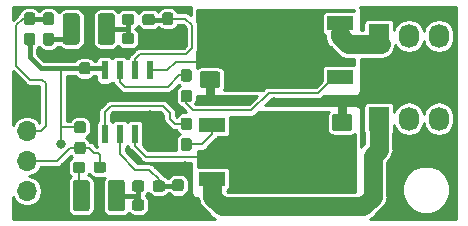
<source format=gtl>
G04 #@! TF.GenerationSoftware,KiCad,Pcbnew,(5.0.1-dev-70-gb7b125d83)*
G04 #@! TF.CreationDate,2018-10-12T22:17:07+02:00*
G04 #@! TF.ProjectId,pwm-fan-control,70776D2D66616E2D636F6E74726F6C2E,rev?*
G04 #@! TF.SameCoordinates,Original*
G04 #@! TF.FileFunction,Copper,L1,Top,Signal*
G04 #@! TF.FilePolarity,Positive*
%FSLAX46Y46*%
G04 Gerber Fmt 4.6, Leading zero omitted, Abs format (unit mm)*
G04 Created by KiCad (PCBNEW (5.0.1-dev-70-gb7b125d83)) date 10/12/18 22:17:07*
%MOMM*%
%LPD*%
G01*
G04 APERTURE LIST*
G04 #@! TA.AperFunction,SMDPad,CuDef*
%ADD10R,6.400000X5.800000*%
G04 #@! TD*
G04 #@! TA.AperFunction,SMDPad,CuDef*
%ADD11R,2.200000X1.200000*%
G04 #@! TD*
G04 #@! TA.AperFunction,Conductor*
%ADD12C,0.100000*%
G04 #@! TD*
G04 #@! TA.AperFunction,SMDPad,CuDef*
%ADD13C,1.425000*%
G04 #@! TD*
G04 #@! TA.AperFunction,SMDPad,CuDef*
%ADD14C,0.950000*%
G04 #@! TD*
G04 #@! TA.AperFunction,ComponentPad*
%ADD15O,1.730000X2.030000*%
G04 #@! TD*
G04 #@! TA.AperFunction,ComponentPad*
%ADD16R,1.730000X2.030000*%
G04 #@! TD*
G04 #@! TA.AperFunction,ComponentPad*
%ADD17R,1.700000X1.700000*%
G04 #@! TD*
G04 #@! TA.AperFunction,ComponentPad*
%ADD18O,1.700000X1.700000*%
G04 #@! TD*
G04 #@! TA.AperFunction,SMDPad,CuDef*
%ADD19R,0.600000X1.550000*%
G04 #@! TD*
G04 #@! TA.AperFunction,ViaPad*
%ADD20C,0.800000*%
G04 #@! TD*
G04 #@! TA.AperFunction,Conductor*
%ADD21C,0.400000*%
G04 #@! TD*
G04 #@! TA.AperFunction,Conductor*
%ADD22C,0.200000*%
G04 #@! TD*
G04 #@! TA.AperFunction,Conductor*
%ADD23C,0.800000*%
G04 #@! TD*
G04 #@! TA.AperFunction,Conductor*
%ADD24C,1.200000*%
G04 #@! TD*
G04 #@! TA.AperFunction,Conductor*
%ADD25C,1.600000*%
G04 #@! TD*
G04 #@! TA.AperFunction,Conductor*
%ADD26C,1.000000*%
G04 #@! TD*
G04 #@! TA.AperFunction,Conductor*
%ADD27C,0.254000*%
G04 #@! TD*
G04 APERTURE END LIST*
D10*
G04 #@! TO.P,Q2,2*
G04 #@! TO.N,Net-(Q2-Pad2)*
X229900000Y-48200000D03*
D11*
G04 #@! TO.P,Q2,3*
G04 #@! TO.N,Net-(J3-Pad1)*
X236200000Y-45920000D03*
G04 #@! TO.P,Q2,1*
G04 #@! TO.N,Net-(Q2-Pad1)*
X236200000Y-50480000D03*
G04 #@! TD*
D12*
G04 #@! TO.N,GND*
G04 #@! TO.C,R12*
G36*
X225849504Y-49976204D02*
X225873773Y-49979804D01*
X225897571Y-49985765D01*
X225920671Y-49994030D01*
X225942849Y-50004520D01*
X225963893Y-50017133D01*
X225983598Y-50031747D01*
X226001777Y-50048223D01*
X226018253Y-50066402D01*
X226032867Y-50086107D01*
X226045480Y-50107151D01*
X226055970Y-50129329D01*
X226064235Y-50152429D01*
X226070196Y-50176227D01*
X226073796Y-50200496D01*
X226075000Y-50225000D01*
X226075000Y-51150000D01*
X226073796Y-51174504D01*
X226070196Y-51198773D01*
X226064235Y-51222571D01*
X226055970Y-51245671D01*
X226045480Y-51267849D01*
X226032867Y-51288893D01*
X226018253Y-51308598D01*
X226001777Y-51326777D01*
X225983598Y-51343253D01*
X225963893Y-51357867D01*
X225942849Y-51370480D01*
X225920671Y-51380970D01*
X225897571Y-51389235D01*
X225873773Y-51395196D01*
X225849504Y-51398796D01*
X225825000Y-51400000D01*
X224575000Y-51400000D01*
X224550496Y-51398796D01*
X224526227Y-51395196D01*
X224502429Y-51389235D01*
X224479329Y-51380970D01*
X224457151Y-51370480D01*
X224436107Y-51357867D01*
X224416402Y-51343253D01*
X224398223Y-51326777D01*
X224381747Y-51308598D01*
X224367133Y-51288893D01*
X224354520Y-51267849D01*
X224344030Y-51245671D01*
X224335765Y-51222571D01*
X224329804Y-51198773D01*
X224326204Y-51174504D01*
X224325000Y-51150000D01*
X224325000Y-50225000D01*
X224326204Y-50200496D01*
X224329804Y-50176227D01*
X224335765Y-50152429D01*
X224344030Y-50129329D01*
X224354520Y-50107151D01*
X224367133Y-50086107D01*
X224381747Y-50066402D01*
X224398223Y-50048223D01*
X224416402Y-50031747D01*
X224436107Y-50017133D01*
X224457151Y-50004520D01*
X224479329Y-49994030D01*
X224502429Y-49985765D01*
X224526227Y-49979804D01*
X224550496Y-49976204D01*
X224575000Y-49975000D01*
X225825000Y-49975000D01*
X225849504Y-49976204D01*
X225849504Y-49976204D01*
G37*
D13*
G04 #@! TD*
G04 #@! TO.P,R12,1*
G04 #@! TO.N,GND*
X225200000Y-50687500D03*
D12*
G04 #@! TO.N,Net-(Q2-Pad2)*
G04 #@! TO.C,R12*
G36*
X225849504Y-47001204D02*
X225873773Y-47004804D01*
X225897571Y-47010765D01*
X225920671Y-47019030D01*
X225942849Y-47029520D01*
X225963893Y-47042133D01*
X225983598Y-47056747D01*
X226001777Y-47073223D01*
X226018253Y-47091402D01*
X226032867Y-47111107D01*
X226045480Y-47132151D01*
X226055970Y-47154329D01*
X226064235Y-47177429D01*
X226070196Y-47201227D01*
X226073796Y-47225496D01*
X226075000Y-47250000D01*
X226075000Y-48175000D01*
X226073796Y-48199504D01*
X226070196Y-48223773D01*
X226064235Y-48247571D01*
X226055970Y-48270671D01*
X226045480Y-48292849D01*
X226032867Y-48313893D01*
X226018253Y-48333598D01*
X226001777Y-48351777D01*
X225983598Y-48368253D01*
X225963893Y-48382867D01*
X225942849Y-48395480D01*
X225920671Y-48405970D01*
X225897571Y-48414235D01*
X225873773Y-48420196D01*
X225849504Y-48423796D01*
X225825000Y-48425000D01*
X224575000Y-48425000D01*
X224550496Y-48423796D01*
X224526227Y-48420196D01*
X224502429Y-48414235D01*
X224479329Y-48405970D01*
X224457151Y-48395480D01*
X224436107Y-48382867D01*
X224416402Y-48368253D01*
X224398223Y-48351777D01*
X224381747Y-48333598D01*
X224367133Y-48313893D01*
X224354520Y-48292849D01*
X224344030Y-48270671D01*
X224335765Y-48247571D01*
X224329804Y-48223773D01*
X224326204Y-48199504D01*
X224325000Y-48175000D01*
X224325000Y-47250000D01*
X224326204Y-47225496D01*
X224329804Y-47201227D01*
X224335765Y-47177429D01*
X224344030Y-47154329D01*
X224354520Y-47132151D01*
X224367133Y-47111107D01*
X224381747Y-47091402D01*
X224398223Y-47073223D01*
X224416402Y-47056747D01*
X224436107Y-47042133D01*
X224457151Y-47029520D01*
X224479329Y-47019030D01*
X224502429Y-47010765D01*
X224526227Y-47004804D01*
X224550496Y-47001204D01*
X224575000Y-47000000D01*
X225825000Y-47000000D01*
X225849504Y-47001204D01*
X225849504Y-47001204D01*
G37*
D13*
G04 #@! TD*
G04 #@! TO.P,R12,2*
G04 #@! TO.N,Net-(Q2-Pad2)*
X225200000Y-47712500D03*
D12*
G04 #@! TO.N,Net-(R10-Pad2)*
G04 #@! TO.C,R10*
G36*
X223460779Y-49801144D02*
X223483834Y-49804563D01*
X223506443Y-49810227D01*
X223528387Y-49818079D01*
X223549457Y-49828044D01*
X223569448Y-49840026D01*
X223588168Y-49853910D01*
X223605438Y-49869562D01*
X223621090Y-49886832D01*
X223634974Y-49905552D01*
X223646956Y-49925543D01*
X223656921Y-49946613D01*
X223664773Y-49968557D01*
X223670437Y-49991166D01*
X223673856Y-50014221D01*
X223675000Y-50037500D01*
X223675000Y-50612500D01*
X223673856Y-50635779D01*
X223670437Y-50658834D01*
X223664773Y-50681443D01*
X223656921Y-50703387D01*
X223646956Y-50724457D01*
X223634974Y-50744448D01*
X223621090Y-50763168D01*
X223605438Y-50780438D01*
X223588168Y-50796090D01*
X223569448Y-50809974D01*
X223549457Y-50821956D01*
X223528387Y-50831921D01*
X223506443Y-50839773D01*
X223483834Y-50845437D01*
X223460779Y-50848856D01*
X223437500Y-50850000D01*
X222962500Y-50850000D01*
X222939221Y-50848856D01*
X222916166Y-50845437D01*
X222893557Y-50839773D01*
X222871613Y-50831921D01*
X222850543Y-50821956D01*
X222830552Y-50809974D01*
X222811832Y-50796090D01*
X222794562Y-50780438D01*
X222778910Y-50763168D01*
X222765026Y-50744448D01*
X222753044Y-50724457D01*
X222743079Y-50703387D01*
X222735227Y-50681443D01*
X222729563Y-50658834D01*
X222726144Y-50635779D01*
X222725000Y-50612500D01*
X222725000Y-50037500D01*
X222726144Y-50014221D01*
X222729563Y-49991166D01*
X222735227Y-49968557D01*
X222743079Y-49946613D01*
X222753044Y-49925543D01*
X222765026Y-49905552D01*
X222778910Y-49886832D01*
X222794562Y-49869562D01*
X222811832Y-49853910D01*
X222830552Y-49840026D01*
X222850543Y-49828044D01*
X222871613Y-49818079D01*
X222893557Y-49810227D01*
X222916166Y-49804563D01*
X222939221Y-49801144D01*
X222962500Y-49800000D01*
X223437500Y-49800000D01*
X223460779Y-49801144D01*
X223460779Y-49801144D01*
G37*
D14*
G04 #@! TD*
G04 #@! TO.P,R10,2*
G04 #@! TO.N,Net-(R10-Pad2)*
X223200000Y-50325000D03*
D12*
G04 #@! TO.N,Net-(Q2-Pad1)*
G04 #@! TO.C,R10*
G36*
X223460779Y-51551144D02*
X223483834Y-51554563D01*
X223506443Y-51560227D01*
X223528387Y-51568079D01*
X223549457Y-51578044D01*
X223569448Y-51590026D01*
X223588168Y-51603910D01*
X223605438Y-51619562D01*
X223621090Y-51636832D01*
X223634974Y-51655552D01*
X223646956Y-51675543D01*
X223656921Y-51696613D01*
X223664773Y-51718557D01*
X223670437Y-51741166D01*
X223673856Y-51764221D01*
X223675000Y-51787500D01*
X223675000Y-52362500D01*
X223673856Y-52385779D01*
X223670437Y-52408834D01*
X223664773Y-52431443D01*
X223656921Y-52453387D01*
X223646956Y-52474457D01*
X223634974Y-52494448D01*
X223621090Y-52513168D01*
X223605438Y-52530438D01*
X223588168Y-52546090D01*
X223569448Y-52559974D01*
X223549457Y-52571956D01*
X223528387Y-52581921D01*
X223506443Y-52589773D01*
X223483834Y-52595437D01*
X223460779Y-52598856D01*
X223437500Y-52600000D01*
X222962500Y-52600000D01*
X222939221Y-52598856D01*
X222916166Y-52595437D01*
X222893557Y-52589773D01*
X222871613Y-52581921D01*
X222850543Y-52571956D01*
X222830552Y-52559974D01*
X222811832Y-52546090D01*
X222794562Y-52530438D01*
X222778910Y-52513168D01*
X222765026Y-52494448D01*
X222753044Y-52474457D01*
X222743079Y-52453387D01*
X222735227Y-52431443D01*
X222729563Y-52408834D01*
X222726144Y-52385779D01*
X222725000Y-52362500D01*
X222725000Y-51787500D01*
X222726144Y-51764221D01*
X222729563Y-51741166D01*
X222735227Y-51718557D01*
X222743079Y-51696613D01*
X222753044Y-51675543D01*
X222765026Y-51655552D01*
X222778910Y-51636832D01*
X222794562Y-51619562D01*
X222811832Y-51603910D01*
X222830552Y-51590026D01*
X222850543Y-51578044D01*
X222871613Y-51568079D01*
X222893557Y-51560227D01*
X222916166Y-51554563D01*
X222939221Y-51551144D01*
X222962500Y-51550000D01*
X223437500Y-51550000D01*
X223460779Y-51551144D01*
X223460779Y-51551144D01*
G37*
D14*
G04 #@! TD*
G04 #@! TO.P,R10,1*
G04 #@! TO.N,Net-(Q2-Pad1)*
X223200000Y-52075000D03*
D12*
G04 #@! TO.N,Net-(C3-Pad2)*
G04 #@! TO.C,R9*
G36*
X218573674Y-45126144D02*
X218596729Y-45129563D01*
X218619338Y-45135227D01*
X218641282Y-45143079D01*
X218662352Y-45153044D01*
X218682343Y-45165026D01*
X218701063Y-45178910D01*
X218718333Y-45194562D01*
X218733985Y-45211832D01*
X218747869Y-45230552D01*
X218759851Y-45250543D01*
X218769816Y-45271613D01*
X218777668Y-45293557D01*
X218783332Y-45316166D01*
X218786751Y-45339221D01*
X218787895Y-45362500D01*
X218787895Y-45837500D01*
X218786751Y-45860779D01*
X218783332Y-45883834D01*
X218777668Y-45906443D01*
X218769816Y-45928387D01*
X218759851Y-45949457D01*
X218747869Y-45969448D01*
X218733985Y-45988168D01*
X218718333Y-46005438D01*
X218701063Y-46021090D01*
X218682343Y-46034974D01*
X218662352Y-46046956D01*
X218641282Y-46056921D01*
X218619338Y-46064773D01*
X218596729Y-46070437D01*
X218573674Y-46073856D01*
X218550395Y-46075000D01*
X217975395Y-46075000D01*
X217952116Y-46073856D01*
X217929061Y-46070437D01*
X217906452Y-46064773D01*
X217884508Y-46056921D01*
X217863438Y-46046956D01*
X217843447Y-46034974D01*
X217824727Y-46021090D01*
X217807457Y-46005438D01*
X217791805Y-45988168D01*
X217777921Y-45969448D01*
X217765939Y-45949457D01*
X217755974Y-45928387D01*
X217748122Y-45906443D01*
X217742458Y-45883834D01*
X217739039Y-45860779D01*
X217737895Y-45837500D01*
X217737895Y-45362500D01*
X217739039Y-45339221D01*
X217742458Y-45316166D01*
X217748122Y-45293557D01*
X217755974Y-45271613D01*
X217765939Y-45250543D01*
X217777921Y-45230552D01*
X217791805Y-45211832D01*
X217807457Y-45194562D01*
X217824727Y-45178910D01*
X217843447Y-45165026D01*
X217863438Y-45153044D01*
X217884508Y-45143079D01*
X217906452Y-45135227D01*
X217929061Y-45129563D01*
X217952116Y-45126144D01*
X217975395Y-45125000D01*
X218550395Y-45125000D01*
X218573674Y-45126144D01*
X218573674Y-45126144D01*
G37*
D14*
G04 #@! TD*
G04 #@! TO.P,R9,2*
G04 #@! TO.N,Net-(C3-Pad2)*
X218262895Y-45600000D03*
D12*
G04 #@! TO.N,Net-(R11-Pad2)*
G04 #@! TO.C,R9*
G36*
X220323674Y-45126144D02*
X220346729Y-45129563D01*
X220369338Y-45135227D01*
X220391282Y-45143079D01*
X220412352Y-45153044D01*
X220432343Y-45165026D01*
X220451063Y-45178910D01*
X220468333Y-45194562D01*
X220483985Y-45211832D01*
X220497869Y-45230552D01*
X220509851Y-45250543D01*
X220519816Y-45271613D01*
X220527668Y-45293557D01*
X220533332Y-45316166D01*
X220536751Y-45339221D01*
X220537895Y-45362500D01*
X220537895Y-45837500D01*
X220536751Y-45860779D01*
X220533332Y-45883834D01*
X220527668Y-45906443D01*
X220519816Y-45928387D01*
X220509851Y-45949457D01*
X220497869Y-45969448D01*
X220483985Y-45988168D01*
X220468333Y-46005438D01*
X220451063Y-46021090D01*
X220432343Y-46034974D01*
X220412352Y-46046956D01*
X220391282Y-46056921D01*
X220369338Y-46064773D01*
X220346729Y-46070437D01*
X220323674Y-46073856D01*
X220300395Y-46075000D01*
X219725395Y-46075000D01*
X219702116Y-46073856D01*
X219679061Y-46070437D01*
X219656452Y-46064773D01*
X219634508Y-46056921D01*
X219613438Y-46046956D01*
X219593447Y-46034974D01*
X219574727Y-46021090D01*
X219557457Y-46005438D01*
X219541805Y-45988168D01*
X219527921Y-45969448D01*
X219515939Y-45949457D01*
X219505974Y-45928387D01*
X219498122Y-45906443D01*
X219492458Y-45883834D01*
X219489039Y-45860779D01*
X219487895Y-45837500D01*
X219487895Y-45362500D01*
X219489039Y-45339221D01*
X219492458Y-45316166D01*
X219498122Y-45293557D01*
X219505974Y-45271613D01*
X219515939Y-45250543D01*
X219527921Y-45230552D01*
X219541805Y-45211832D01*
X219557457Y-45194562D01*
X219574727Y-45178910D01*
X219593447Y-45165026D01*
X219613438Y-45153044D01*
X219634508Y-45143079D01*
X219656452Y-45135227D01*
X219679061Y-45129563D01*
X219702116Y-45126144D01*
X219725395Y-45125000D01*
X220300395Y-45125000D01*
X220323674Y-45126144D01*
X220323674Y-45126144D01*
G37*
D14*
G04 #@! TD*
G04 #@! TO.P,R9,1*
G04 #@! TO.N,Net-(R11-Pad2)*
X220012895Y-45600000D03*
D12*
G04 #@! TO.N,Net-(C3-Pad2)*
G04 #@! TO.C,C3*
G36*
X218573674Y-46726144D02*
X218596729Y-46729563D01*
X218619338Y-46735227D01*
X218641282Y-46743079D01*
X218662352Y-46753044D01*
X218682343Y-46765026D01*
X218701063Y-46778910D01*
X218718333Y-46794562D01*
X218733985Y-46811832D01*
X218747869Y-46830552D01*
X218759851Y-46850543D01*
X218769816Y-46871613D01*
X218777668Y-46893557D01*
X218783332Y-46916166D01*
X218786751Y-46939221D01*
X218787895Y-46962500D01*
X218787895Y-47437500D01*
X218786751Y-47460779D01*
X218783332Y-47483834D01*
X218777668Y-47506443D01*
X218769816Y-47528387D01*
X218759851Y-47549457D01*
X218747869Y-47569448D01*
X218733985Y-47588168D01*
X218718333Y-47605438D01*
X218701063Y-47621090D01*
X218682343Y-47634974D01*
X218662352Y-47646956D01*
X218641282Y-47656921D01*
X218619338Y-47664773D01*
X218596729Y-47670437D01*
X218573674Y-47673856D01*
X218550395Y-47675000D01*
X217975395Y-47675000D01*
X217952116Y-47673856D01*
X217929061Y-47670437D01*
X217906452Y-47664773D01*
X217884508Y-47656921D01*
X217863438Y-47646956D01*
X217843447Y-47634974D01*
X217824727Y-47621090D01*
X217807457Y-47605438D01*
X217791805Y-47588168D01*
X217777921Y-47569448D01*
X217765939Y-47549457D01*
X217755974Y-47528387D01*
X217748122Y-47506443D01*
X217742458Y-47483834D01*
X217739039Y-47460779D01*
X217737895Y-47437500D01*
X217737895Y-46962500D01*
X217739039Y-46939221D01*
X217742458Y-46916166D01*
X217748122Y-46893557D01*
X217755974Y-46871613D01*
X217765939Y-46850543D01*
X217777921Y-46830552D01*
X217791805Y-46811832D01*
X217807457Y-46794562D01*
X217824727Y-46778910D01*
X217843447Y-46765026D01*
X217863438Y-46753044D01*
X217884508Y-46743079D01*
X217906452Y-46735227D01*
X217929061Y-46729563D01*
X217952116Y-46726144D01*
X217975395Y-46725000D01*
X218550395Y-46725000D01*
X218573674Y-46726144D01*
X218573674Y-46726144D01*
G37*
D14*
G04 #@! TD*
G04 #@! TO.P,C3,2*
G04 #@! TO.N,Net-(C3-Pad2)*
X218262895Y-47200000D03*
D12*
G04 #@! TO.N,GND*
G04 #@! TO.C,C3*
G36*
X220323674Y-46726144D02*
X220346729Y-46729563D01*
X220369338Y-46735227D01*
X220391282Y-46743079D01*
X220412352Y-46753044D01*
X220432343Y-46765026D01*
X220451063Y-46778910D01*
X220468333Y-46794562D01*
X220483985Y-46811832D01*
X220497869Y-46830552D01*
X220509851Y-46850543D01*
X220519816Y-46871613D01*
X220527668Y-46893557D01*
X220533332Y-46916166D01*
X220536751Y-46939221D01*
X220537895Y-46962500D01*
X220537895Y-47437500D01*
X220536751Y-47460779D01*
X220533332Y-47483834D01*
X220527668Y-47506443D01*
X220519816Y-47528387D01*
X220509851Y-47549457D01*
X220497869Y-47569448D01*
X220483985Y-47588168D01*
X220468333Y-47605438D01*
X220451063Y-47621090D01*
X220432343Y-47634974D01*
X220412352Y-47646956D01*
X220391282Y-47656921D01*
X220369338Y-47664773D01*
X220346729Y-47670437D01*
X220323674Y-47673856D01*
X220300395Y-47675000D01*
X219725395Y-47675000D01*
X219702116Y-47673856D01*
X219679061Y-47670437D01*
X219656452Y-47664773D01*
X219634508Y-47656921D01*
X219613438Y-47646956D01*
X219593447Y-47634974D01*
X219574727Y-47621090D01*
X219557457Y-47605438D01*
X219541805Y-47588168D01*
X219527921Y-47569448D01*
X219515939Y-47549457D01*
X219505974Y-47528387D01*
X219498122Y-47506443D01*
X219492458Y-47483834D01*
X219489039Y-47460779D01*
X219487895Y-47437500D01*
X219487895Y-46962500D01*
X219489039Y-46939221D01*
X219492458Y-46916166D01*
X219498122Y-46893557D01*
X219505974Y-46871613D01*
X219515939Y-46850543D01*
X219527921Y-46830552D01*
X219541805Y-46811832D01*
X219557457Y-46794562D01*
X219574727Y-46778910D01*
X219593447Y-46765026D01*
X219613438Y-46753044D01*
X219634508Y-46743079D01*
X219656452Y-46735227D01*
X219679061Y-46729563D01*
X219702116Y-46726144D01*
X219725395Y-46725000D01*
X220300395Y-46725000D01*
X220323674Y-46726144D01*
X220323674Y-46726144D01*
G37*
D14*
G04 #@! TD*
G04 #@! TO.P,C3,1*
G04 #@! TO.N,GND*
X220012895Y-47200000D03*
D12*
G04 #@! TO.N,Net-(L2-Pad1)*
G04 #@! TO.C,L2*
G36*
X213937399Y-45076204D02*
X213961668Y-45079804D01*
X213985466Y-45085765D01*
X214008566Y-45094030D01*
X214030744Y-45104520D01*
X214051788Y-45117133D01*
X214071493Y-45131747D01*
X214089672Y-45148223D01*
X214106148Y-45166402D01*
X214120762Y-45186107D01*
X214133375Y-45207151D01*
X214143865Y-45229329D01*
X214152130Y-45252429D01*
X214158091Y-45276227D01*
X214161691Y-45300496D01*
X214162895Y-45325000D01*
X214162895Y-47475000D01*
X214161691Y-47499504D01*
X214158091Y-47523773D01*
X214152130Y-47547571D01*
X214143865Y-47570671D01*
X214133375Y-47592849D01*
X214120762Y-47613893D01*
X214106148Y-47633598D01*
X214089672Y-47651777D01*
X214071493Y-47668253D01*
X214051788Y-47682867D01*
X214030744Y-47695480D01*
X214008566Y-47705970D01*
X213985466Y-47714235D01*
X213961668Y-47720196D01*
X213937399Y-47723796D01*
X213912895Y-47725000D01*
X212987895Y-47725000D01*
X212963391Y-47723796D01*
X212939122Y-47720196D01*
X212915324Y-47714235D01*
X212892224Y-47705970D01*
X212870046Y-47695480D01*
X212849002Y-47682867D01*
X212829297Y-47668253D01*
X212811118Y-47651777D01*
X212794642Y-47633598D01*
X212780028Y-47613893D01*
X212767415Y-47592849D01*
X212756925Y-47570671D01*
X212748660Y-47547571D01*
X212742699Y-47523773D01*
X212739099Y-47499504D01*
X212737895Y-47475000D01*
X212737895Y-45325000D01*
X212739099Y-45300496D01*
X212742699Y-45276227D01*
X212748660Y-45252429D01*
X212756925Y-45229329D01*
X212767415Y-45207151D01*
X212780028Y-45186107D01*
X212794642Y-45166402D01*
X212811118Y-45148223D01*
X212829297Y-45131747D01*
X212849002Y-45117133D01*
X212870046Y-45104520D01*
X212892224Y-45094030D01*
X212915324Y-45085765D01*
X212939122Y-45079804D01*
X212963391Y-45076204D01*
X212987895Y-45075000D01*
X213912895Y-45075000D01*
X213937399Y-45076204D01*
X213937399Y-45076204D01*
G37*
D13*
G04 #@! TD*
G04 #@! TO.P,L2,1*
G04 #@! TO.N,Net-(L2-Pad1)*
X213450395Y-46400000D03*
D12*
G04 #@! TO.N,Net-(C3-Pad2)*
G04 #@! TO.C,L2*
G36*
X216912399Y-45076204D02*
X216936668Y-45079804D01*
X216960466Y-45085765D01*
X216983566Y-45094030D01*
X217005744Y-45104520D01*
X217026788Y-45117133D01*
X217046493Y-45131747D01*
X217064672Y-45148223D01*
X217081148Y-45166402D01*
X217095762Y-45186107D01*
X217108375Y-45207151D01*
X217118865Y-45229329D01*
X217127130Y-45252429D01*
X217133091Y-45276227D01*
X217136691Y-45300496D01*
X217137895Y-45325000D01*
X217137895Y-47475000D01*
X217136691Y-47499504D01*
X217133091Y-47523773D01*
X217127130Y-47547571D01*
X217118865Y-47570671D01*
X217108375Y-47592849D01*
X217095762Y-47613893D01*
X217081148Y-47633598D01*
X217064672Y-47651777D01*
X217046493Y-47668253D01*
X217026788Y-47682867D01*
X217005744Y-47695480D01*
X216983566Y-47705970D01*
X216960466Y-47714235D01*
X216936668Y-47720196D01*
X216912399Y-47723796D01*
X216887895Y-47725000D01*
X215962895Y-47725000D01*
X215938391Y-47723796D01*
X215914122Y-47720196D01*
X215890324Y-47714235D01*
X215867224Y-47705970D01*
X215845046Y-47695480D01*
X215824002Y-47682867D01*
X215804297Y-47668253D01*
X215786118Y-47651777D01*
X215769642Y-47633598D01*
X215755028Y-47613893D01*
X215742415Y-47592849D01*
X215731925Y-47570671D01*
X215723660Y-47547571D01*
X215717699Y-47523773D01*
X215714099Y-47499504D01*
X215712895Y-47475000D01*
X215712895Y-45325000D01*
X215714099Y-45300496D01*
X215717699Y-45276227D01*
X215723660Y-45252429D01*
X215731925Y-45229329D01*
X215742415Y-45207151D01*
X215755028Y-45186107D01*
X215769642Y-45166402D01*
X215786118Y-45148223D01*
X215804297Y-45131747D01*
X215824002Y-45117133D01*
X215845046Y-45104520D01*
X215867224Y-45094030D01*
X215890324Y-45085765D01*
X215914122Y-45079804D01*
X215938391Y-45076204D01*
X215962895Y-45075000D01*
X216887895Y-45075000D01*
X216912399Y-45076204D01*
X216912399Y-45076204D01*
G37*
D13*
G04 #@! TD*
G04 #@! TO.P,L2,2*
G04 #@! TO.N,Net-(C3-Pad2)*
X216425395Y-46400000D03*
D12*
G04 #@! TO.N,GND*
G04 #@! TO.C,R11*
G36*
X221898674Y-46751144D02*
X221921729Y-46754563D01*
X221944338Y-46760227D01*
X221966282Y-46768079D01*
X221987352Y-46778044D01*
X222007343Y-46790026D01*
X222026063Y-46803910D01*
X222043333Y-46819562D01*
X222058985Y-46836832D01*
X222072869Y-46855552D01*
X222084851Y-46875543D01*
X222094816Y-46896613D01*
X222102668Y-46918557D01*
X222108332Y-46941166D01*
X222111751Y-46964221D01*
X222112895Y-46987500D01*
X222112895Y-47562500D01*
X222111751Y-47585779D01*
X222108332Y-47608834D01*
X222102668Y-47631443D01*
X222094816Y-47653387D01*
X222084851Y-47674457D01*
X222072869Y-47694448D01*
X222058985Y-47713168D01*
X222043333Y-47730438D01*
X222026063Y-47746090D01*
X222007343Y-47759974D01*
X221987352Y-47771956D01*
X221966282Y-47781921D01*
X221944338Y-47789773D01*
X221921729Y-47795437D01*
X221898674Y-47798856D01*
X221875395Y-47800000D01*
X221400395Y-47800000D01*
X221377116Y-47798856D01*
X221354061Y-47795437D01*
X221331452Y-47789773D01*
X221309508Y-47781921D01*
X221288438Y-47771956D01*
X221268447Y-47759974D01*
X221249727Y-47746090D01*
X221232457Y-47730438D01*
X221216805Y-47713168D01*
X221202921Y-47694448D01*
X221190939Y-47674457D01*
X221180974Y-47653387D01*
X221173122Y-47631443D01*
X221167458Y-47608834D01*
X221164039Y-47585779D01*
X221162895Y-47562500D01*
X221162895Y-46987500D01*
X221164039Y-46964221D01*
X221167458Y-46941166D01*
X221173122Y-46918557D01*
X221180974Y-46896613D01*
X221190939Y-46875543D01*
X221202921Y-46855552D01*
X221216805Y-46836832D01*
X221232457Y-46819562D01*
X221249727Y-46803910D01*
X221268447Y-46790026D01*
X221288438Y-46778044D01*
X221309508Y-46768079D01*
X221331452Y-46760227D01*
X221354061Y-46754563D01*
X221377116Y-46751144D01*
X221400395Y-46750000D01*
X221875395Y-46750000D01*
X221898674Y-46751144D01*
X221898674Y-46751144D01*
G37*
D14*
G04 #@! TD*
G04 #@! TO.P,R11,1*
G04 #@! TO.N,GND*
X221637895Y-47275000D03*
D12*
G04 #@! TO.N,Net-(R11-Pad2)*
G04 #@! TO.C,R11*
G36*
X221898674Y-45001144D02*
X221921729Y-45004563D01*
X221944338Y-45010227D01*
X221966282Y-45018079D01*
X221987352Y-45028044D01*
X222007343Y-45040026D01*
X222026063Y-45053910D01*
X222043333Y-45069562D01*
X222058985Y-45086832D01*
X222072869Y-45105552D01*
X222084851Y-45125543D01*
X222094816Y-45146613D01*
X222102668Y-45168557D01*
X222108332Y-45191166D01*
X222111751Y-45214221D01*
X222112895Y-45237500D01*
X222112895Y-45812500D01*
X222111751Y-45835779D01*
X222108332Y-45858834D01*
X222102668Y-45881443D01*
X222094816Y-45903387D01*
X222084851Y-45924457D01*
X222072869Y-45944448D01*
X222058985Y-45963168D01*
X222043333Y-45980438D01*
X222026063Y-45996090D01*
X222007343Y-46009974D01*
X221987352Y-46021956D01*
X221966282Y-46031921D01*
X221944338Y-46039773D01*
X221921729Y-46045437D01*
X221898674Y-46048856D01*
X221875395Y-46050000D01*
X221400395Y-46050000D01*
X221377116Y-46048856D01*
X221354061Y-46045437D01*
X221331452Y-46039773D01*
X221309508Y-46031921D01*
X221288438Y-46021956D01*
X221268447Y-46009974D01*
X221249727Y-45996090D01*
X221232457Y-45980438D01*
X221216805Y-45963168D01*
X221202921Y-45944448D01*
X221190939Y-45924457D01*
X221180974Y-45903387D01*
X221173122Y-45881443D01*
X221167458Y-45858834D01*
X221164039Y-45835779D01*
X221162895Y-45812500D01*
X221162895Y-45237500D01*
X221164039Y-45214221D01*
X221167458Y-45191166D01*
X221173122Y-45168557D01*
X221180974Y-45146613D01*
X221190939Y-45125543D01*
X221202921Y-45105552D01*
X221216805Y-45086832D01*
X221232457Y-45069562D01*
X221249727Y-45053910D01*
X221268447Y-45040026D01*
X221288438Y-45028044D01*
X221309508Y-45018079D01*
X221331452Y-45010227D01*
X221354061Y-45004563D01*
X221377116Y-45001144D01*
X221400395Y-45000000D01*
X221875395Y-45000000D01*
X221898674Y-45001144D01*
X221898674Y-45001144D01*
G37*
D14*
G04 #@! TD*
G04 #@! TO.P,R11,2*
G04 #@! TO.N,Net-(R11-Pad2)*
X221637895Y-45525000D03*
D12*
G04 #@! TO.N,/~PWM1*
G04 #@! TO.C,R8*
G36*
X211798674Y-45001144D02*
X211821729Y-45004563D01*
X211844338Y-45010227D01*
X211866282Y-45018079D01*
X211887352Y-45028044D01*
X211907343Y-45040026D01*
X211926063Y-45053910D01*
X211943333Y-45069562D01*
X211958985Y-45086832D01*
X211972869Y-45105552D01*
X211984851Y-45125543D01*
X211994816Y-45146613D01*
X212002668Y-45168557D01*
X212008332Y-45191166D01*
X212011751Y-45214221D01*
X212012895Y-45237500D01*
X212012895Y-45812500D01*
X212011751Y-45835779D01*
X212008332Y-45858834D01*
X212002668Y-45881443D01*
X211994816Y-45903387D01*
X211984851Y-45924457D01*
X211972869Y-45944448D01*
X211958985Y-45963168D01*
X211943333Y-45980438D01*
X211926063Y-45996090D01*
X211907343Y-46009974D01*
X211887352Y-46021956D01*
X211866282Y-46031921D01*
X211844338Y-46039773D01*
X211821729Y-46045437D01*
X211798674Y-46048856D01*
X211775395Y-46050000D01*
X211300395Y-46050000D01*
X211277116Y-46048856D01*
X211254061Y-46045437D01*
X211231452Y-46039773D01*
X211209508Y-46031921D01*
X211188438Y-46021956D01*
X211168447Y-46009974D01*
X211149727Y-45996090D01*
X211132457Y-45980438D01*
X211116805Y-45963168D01*
X211102921Y-45944448D01*
X211090939Y-45924457D01*
X211080974Y-45903387D01*
X211073122Y-45881443D01*
X211067458Y-45858834D01*
X211064039Y-45835779D01*
X211062895Y-45812500D01*
X211062895Y-45237500D01*
X211064039Y-45214221D01*
X211067458Y-45191166D01*
X211073122Y-45168557D01*
X211080974Y-45146613D01*
X211090939Y-45125543D01*
X211102921Y-45105552D01*
X211116805Y-45086832D01*
X211132457Y-45069562D01*
X211149727Y-45053910D01*
X211168447Y-45040026D01*
X211188438Y-45028044D01*
X211209508Y-45018079D01*
X211231452Y-45010227D01*
X211254061Y-45004563D01*
X211277116Y-45001144D01*
X211300395Y-45000000D01*
X211775395Y-45000000D01*
X211798674Y-45001144D01*
X211798674Y-45001144D01*
G37*
D14*
G04 #@! TD*
G04 #@! TO.P,R8,2*
G04 #@! TO.N,/~PWM1*
X211537895Y-45525000D03*
D12*
G04 #@! TO.N,Net-(L2-Pad1)*
G04 #@! TO.C,R8*
G36*
X211798674Y-46751144D02*
X211821729Y-46754563D01*
X211844338Y-46760227D01*
X211866282Y-46768079D01*
X211887352Y-46778044D01*
X211907343Y-46790026D01*
X211926063Y-46803910D01*
X211943333Y-46819562D01*
X211958985Y-46836832D01*
X211972869Y-46855552D01*
X211984851Y-46875543D01*
X211994816Y-46896613D01*
X212002668Y-46918557D01*
X212008332Y-46941166D01*
X212011751Y-46964221D01*
X212012895Y-46987500D01*
X212012895Y-47562500D01*
X212011751Y-47585779D01*
X212008332Y-47608834D01*
X212002668Y-47631443D01*
X211994816Y-47653387D01*
X211984851Y-47674457D01*
X211972869Y-47694448D01*
X211958985Y-47713168D01*
X211943333Y-47730438D01*
X211926063Y-47746090D01*
X211907343Y-47759974D01*
X211887352Y-47771956D01*
X211866282Y-47781921D01*
X211844338Y-47789773D01*
X211821729Y-47795437D01*
X211798674Y-47798856D01*
X211775395Y-47800000D01*
X211300395Y-47800000D01*
X211277116Y-47798856D01*
X211254061Y-47795437D01*
X211231452Y-47789773D01*
X211209508Y-47781921D01*
X211188438Y-47771956D01*
X211168447Y-47759974D01*
X211149727Y-47746090D01*
X211132457Y-47730438D01*
X211116805Y-47713168D01*
X211102921Y-47694448D01*
X211090939Y-47674457D01*
X211080974Y-47653387D01*
X211073122Y-47631443D01*
X211067458Y-47608834D01*
X211064039Y-47585779D01*
X211062895Y-47562500D01*
X211062895Y-46987500D01*
X211064039Y-46964221D01*
X211067458Y-46941166D01*
X211073122Y-46918557D01*
X211080974Y-46896613D01*
X211090939Y-46875543D01*
X211102921Y-46855552D01*
X211116805Y-46836832D01*
X211132457Y-46819562D01*
X211149727Y-46803910D01*
X211168447Y-46790026D01*
X211188438Y-46778044D01*
X211209508Y-46768079D01*
X211231452Y-46760227D01*
X211254061Y-46754563D01*
X211277116Y-46751144D01*
X211300395Y-46750000D01*
X211775395Y-46750000D01*
X211798674Y-46751144D01*
X211798674Y-46751144D01*
G37*
D14*
G04 #@! TD*
G04 #@! TO.P,R8,1*
G04 #@! TO.N,Net-(L2-Pad1)*
X211537895Y-47275000D03*
D12*
G04 #@! TO.N,/~PWM1*
G04 #@! TO.C,R7*
G36*
X210198674Y-45001144D02*
X210221729Y-45004563D01*
X210244338Y-45010227D01*
X210266282Y-45018079D01*
X210287352Y-45028044D01*
X210307343Y-45040026D01*
X210326063Y-45053910D01*
X210343333Y-45069562D01*
X210358985Y-45086832D01*
X210372869Y-45105552D01*
X210384851Y-45125543D01*
X210394816Y-45146613D01*
X210402668Y-45168557D01*
X210408332Y-45191166D01*
X210411751Y-45214221D01*
X210412895Y-45237500D01*
X210412895Y-45812500D01*
X210411751Y-45835779D01*
X210408332Y-45858834D01*
X210402668Y-45881443D01*
X210394816Y-45903387D01*
X210384851Y-45924457D01*
X210372869Y-45944448D01*
X210358985Y-45963168D01*
X210343333Y-45980438D01*
X210326063Y-45996090D01*
X210307343Y-46009974D01*
X210287352Y-46021956D01*
X210266282Y-46031921D01*
X210244338Y-46039773D01*
X210221729Y-46045437D01*
X210198674Y-46048856D01*
X210175395Y-46050000D01*
X209700395Y-46050000D01*
X209677116Y-46048856D01*
X209654061Y-46045437D01*
X209631452Y-46039773D01*
X209609508Y-46031921D01*
X209588438Y-46021956D01*
X209568447Y-46009974D01*
X209549727Y-45996090D01*
X209532457Y-45980438D01*
X209516805Y-45963168D01*
X209502921Y-45944448D01*
X209490939Y-45924457D01*
X209480974Y-45903387D01*
X209473122Y-45881443D01*
X209467458Y-45858834D01*
X209464039Y-45835779D01*
X209462895Y-45812500D01*
X209462895Y-45237500D01*
X209464039Y-45214221D01*
X209467458Y-45191166D01*
X209473122Y-45168557D01*
X209480974Y-45146613D01*
X209490939Y-45125543D01*
X209502921Y-45105552D01*
X209516805Y-45086832D01*
X209532457Y-45069562D01*
X209549727Y-45053910D01*
X209568447Y-45040026D01*
X209588438Y-45028044D01*
X209609508Y-45018079D01*
X209631452Y-45010227D01*
X209654061Y-45004563D01*
X209677116Y-45001144D01*
X209700395Y-45000000D01*
X210175395Y-45000000D01*
X210198674Y-45001144D01*
X210198674Y-45001144D01*
G37*
D14*
G04 #@! TD*
G04 #@! TO.P,R7,1*
G04 #@! TO.N,/~PWM1*
X209937895Y-45525000D03*
D12*
G04 #@! TO.N,VCCFan*
G04 #@! TO.C,R7*
G36*
X210198674Y-46751144D02*
X210221729Y-46754563D01*
X210244338Y-46760227D01*
X210266282Y-46768079D01*
X210287352Y-46778044D01*
X210307343Y-46790026D01*
X210326063Y-46803910D01*
X210343333Y-46819562D01*
X210358985Y-46836832D01*
X210372869Y-46855552D01*
X210384851Y-46875543D01*
X210394816Y-46896613D01*
X210402668Y-46918557D01*
X210408332Y-46941166D01*
X210411751Y-46964221D01*
X210412895Y-46987500D01*
X210412895Y-47562500D01*
X210411751Y-47585779D01*
X210408332Y-47608834D01*
X210402668Y-47631443D01*
X210394816Y-47653387D01*
X210384851Y-47674457D01*
X210372869Y-47694448D01*
X210358985Y-47713168D01*
X210343333Y-47730438D01*
X210326063Y-47746090D01*
X210307343Y-47759974D01*
X210287352Y-47771956D01*
X210266282Y-47781921D01*
X210244338Y-47789773D01*
X210221729Y-47795437D01*
X210198674Y-47798856D01*
X210175395Y-47800000D01*
X209700395Y-47800000D01*
X209677116Y-47798856D01*
X209654061Y-47795437D01*
X209631452Y-47789773D01*
X209609508Y-47781921D01*
X209588438Y-47771956D01*
X209568447Y-47759974D01*
X209549727Y-47746090D01*
X209532457Y-47730438D01*
X209516805Y-47713168D01*
X209502921Y-47694448D01*
X209490939Y-47674457D01*
X209480974Y-47653387D01*
X209473122Y-47631443D01*
X209467458Y-47608834D01*
X209464039Y-47585779D01*
X209462895Y-47562500D01*
X209462895Y-46987500D01*
X209464039Y-46964221D01*
X209467458Y-46941166D01*
X209473122Y-46918557D01*
X209480974Y-46896613D01*
X209490939Y-46875543D01*
X209502921Y-46855552D01*
X209516805Y-46836832D01*
X209532457Y-46819562D01*
X209549727Y-46803910D01*
X209568447Y-46790026D01*
X209588438Y-46778044D01*
X209609508Y-46768079D01*
X209631452Y-46760227D01*
X209654061Y-46754563D01*
X209677116Y-46751144D01*
X209700395Y-46750000D01*
X210175395Y-46750000D01*
X210198674Y-46751144D01*
X210198674Y-46751144D01*
G37*
D14*
G04 #@! TD*
G04 #@! TO.P,R7,2*
G04 #@! TO.N,VCCFan*
X209937895Y-47275000D03*
D12*
G04 #@! TO.N,VCCFan*
G04 #@! TO.C,C1*
G36*
X214860779Y-49201144D02*
X214883834Y-49204563D01*
X214906443Y-49210227D01*
X214928387Y-49218079D01*
X214949457Y-49228044D01*
X214969448Y-49240026D01*
X214988168Y-49253910D01*
X215005438Y-49269562D01*
X215021090Y-49286832D01*
X215034974Y-49305552D01*
X215046956Y-49325543D01*
X215056921Y-49346613D01*
X215064773Y-49368557D01*
X215070437Y-49391166D01*
X215073856Y-49414221D01*
X215075000Y-49437500D01*
X215075000Y-50012500D01*
X215073856Y-50035779D01*
X215070437Y-50058834D01*
X215064773Y-50081443D01*
X215056921Y-50103387D01*
X215046956Y-50124457D01*
X215034974Y-50144448D01*
X215021090Y-50163168D01*
X215005438Y-50180438D01*
X214988168Y-50196090D01*
X214969448Y-50209974D01*
X214949457Y-50221956D01*
X214928387Y-50231921D01*
X214906443Y-50239773D01*
X214883834Y-50245437D01*
X214860779Y-50248856D01*
X214837500Y-50250000D01*
X214362500Y-50250000D01*
X214339221Y-50248856D01*
X214316166Y-50245437D01*
X214293557Y-50239773D01*
X214271613Y-50231921D01*
X214250543Y-50221956D01*
X214230552Y-50209974D01*
X214211832Y-50196090D01*
X214194562Y-50180438D01*
X214178910Y-50163168D01*
X214165026Y-50144448D01*
X214153044Y-50124457D01*
X214143079Y-50103387D01*
X214135227Y-50081443D01*
X214129563Y-50058834D01*
X214126144Y-50035779D01*
X214125000Y-50012500D01*
X214125000Y-49437500D01*
X214126144Y-49414221D01*
X214129563Y-49391166D01*
X214135227Y-49368557D01*
X214143079Y-49346613D01*
X214153044Y-49325543D01*
X214165026Y-49305552D01*
X214178910Y-49286832D01*
X214194562Y-49269562D01*
X214211832Y-49253910D01*
X214230552Y-49240026D01*
X214250543Y-49228044D01*
X214271613Y-49218079D01*
X214293557Y-49210227D01*
X214316166Y-49204563D01*
X214339221Y-49201144D01*
X214362500Y-49200000D01*
X214837500Y-49200000D01*
X214860779Y-49201144D01*
X214860779Y-49201144D01*
G37*
D14*
G04 #@! TD*
G04 #@! TO.P,C1,2*
G04 #@! TO.N,VCCFan*
X214600000Y-49725000D03*
D12*
G04 #@! TO.N,GND*
G04 #@! TO.C,C1*
G36*
X214860779Y-50951144D02*
X214883834Y-50954563D01*
X214906443Y-50960227D01*
X214928387Y-50968079D01*
X214949457Y-50978044D01*
X214969448Y-50990026D01*
X214988168Y-51003910D01*
X215005438Y-51019562D01*
X215021090Y-51036832D01*
X215034974Y-51055552D01*
X215046956Y-51075543D01*
X215056921Y-51096613D01*
X215064773Y-51118557D01*
X215070437Y-51141166D01*
X215073856Y-51164221D01*
X215075000Y-51187500D01*
X215075000Y-51762500D01*
X215073856Y-51785779D01*
X215070437Y-51808834D01*
X215064773Y-51831443D01*
X215056921Y-51853387D01*
X215046956Y-51874457D01*
X215034974Y-51894448D01*
X215021090Y-51913168D01*
X215005438Y-51930438D01*
X214988168Y-51946090D01*
X214969448Y-51959974D01*
X214949457Y-51971956D01*
X214928387Y-51981921D01*
X214906443Y-51989773D01*
X214883834Y-51995437D01*
X214860779Y-51998856D01*
X214837500Y-52000000D01*
X214362500Y-52000000D01*
X214339221Y-51998856D01*
X214316166Y-51995437D01*
X214293557Y-51989773D01*
X214271613Y-51981921D01*
X214250543Y-51971956D01*
X214230552Y-51959974D01*
X214211832Y-51946090D01*
X214194562Y-51930438D01*
X214178910Y-51913168D01*
X214165026Y-51894448D01*
X214153044Y-51874457D01*
X214143079Y-51853387D01*
X214135227Y-51831443D01*
X214129563Y-51808834D01*
X214126144Y-51785779D01*
X214125000Y-51762500D01*
X214125000Y-51187500D01*
X214126144Y-51164221D01*
X214129563Y-51141166D01*
X214135227Y-51118557D01*
X214143079Y-51096613D01*
X214153044Y-51075543D01*
X214165026Y-51055552D01*
X214178910Y-51036832D01*
X214194562Y-51019562D01*
X214211832Y-51003910D01*
X214230552Y-50990026D01*
X214250543Y-50978044D01*
X214271613Y-50968079D01*
X214293557Y-50960227D01*
X214316166Y-50954563D01*
X214339221Y-50951144D01*
X214362500Y-50950000D01*
X214837500Y-50950000D01*
X214860779Y-50951144D01*
X214860779Y-50951144D01*
G37*
D14*
G04 #@! TD*
G04 #@! TO.P,C1,1*
G04 #@! TO.N,GND*
X214600000Y-51475000D03*
D12*
G04 #@! TO.N,GND*
G04 #@! TO.C,C2*
G36*
X221185779Y-60826144D02*
X221208834Y-60829563D01*
X221231443Y-60835227D01*
X221253387Y-60843079D01*
X221274457Y-60853044D01*
X221294448Y-60865026D01*
X221313168Y-60878910D01*
X221330438Y-60894562D01*
X221346090Y-60911832D01*
X221359974Y-60930552D01*
X221371956Y-60950543D01*
X221381921Y-60971613D01*
X221389773Y-60993557D01*
X221395437Y-61016166D01*
X221398856Y-61039221D01*
X221400000Y-61062500D01*
X221400000Y-61537500D01*
X221398856Y-61560779D01*
X221395437Y-61583834D01*
X221389773Y-61606443D01*
X221381921Y-61628387D01*
X221371956Y-61649457D01*
X221359974Y-61669448D01*
X221346090Y-61688168D01*
X221330438Y-61705438D01*
X221313168Y-61721090D01*
X221294448Y-61734974D01*
X221274457Y-61746956D01*
X221253387Y-61756921D01*
X221231443Y-61764773D01*
X221208834Y-61770437D01*
X221185779Y-61773856D01*
X221162500Y-61775000D01*
X220587500Y-61775000D01*
X220564221Y-61773856D01*
X220541166Y-61770437D01*
X220518557Y-61764773D01*
X220496613Y-61756921D01*
X220475543Y-61746956D01*
X220455552Y-61734974D01*
X220436832Y-61721090D01*
X220419562Y-61705438D01*
X220403910Y-61688168D01*
X220390026Y-61669448D01*
X220378044Y-61649457D01*
X220368079Y-61628387D01*
X220360227Y-61606443D01*
X220354563Y-61583834D01*
X220351144Y-61560779D01*
X220350000Y-61537500D01*
X220350000Y-61062500D01*
X220351144Y-61039221D01*
X220354563Y-61016166D01*
X220360227Y-60993557D01*
X220368079Y-60971613D01*
X220378044Y-60950543D01*
X220390026Y-60930552D01*
X220403910Y-60911832D01*
X220419562Y-60894562D01*
X220436832Y-60878910D01*
X220455552Y-60865026D01*
X220475543Y-60853044D01*
X220496613Y-60843079D01*
X220518557Y-60835227D01*
X220541166Y-60829563D01*
X220564221Y-60826144D01*
X220587500Y-60825000D01*
X221162500Y-60825000D01*
X221185779Y-60826144D01*
X221185779Y-60826144D01*
G37*
D14*
G04 #@! TD*
G04 #@! TO.P,C2,1*
G04 #@! TO.N,GND*
X220875000Y-61300000D03*
D12*
G04 #@! TO.N,Net-(C2-Pad2)*
G04 #@! TO.C,C2*
G36*
X219435779Y-60826144D02*
X219458834Y-60829563D01*
X219481443Y-60835227D01*
X219503387Y-60843079D01*
X219524457Y-60853044D01*
X219544448Y-60865026D01*
X219563168Y-60878910D01*
X219580438Y-60894562D01*
X219596090Y-60911832D01*
X219609974Y-60930552D01*
X219621956Y-60950543D01*
X219631921Y-60971613D01*
X219639773Y-60993557D01*
X219645437Y-61016166D01*
X219648856Y-61039221D01*
X219650000Y-61062500D01*
X219650000Y-61537500D01*
X219648856Y-61560779D01*
X219645437Y-61583834D01*
X219639773Y-61606443D01*
X219631921Y-61628387D01*
X219621956Y-61649457D01*
X219609974Y-61669448D01*
X219596090Y-61688168D01*
X219580438Y-61705438D01*
X219563168Y-61721090D01*
X219544448Y-61734974D01*
X219524457Y-61746956D01*
X219503387Y-61756921D01*
X219481443Y-61764773D01*
X219458834Y-61770437D01*
X219435779Y-61773856D01*
X219412500Y-61775000D01*
X218837500Y-61775000D01*
X218814221Y-61773856D01*
X218791166Y-61770437D01*
X218768557Y-61764773D01*
X218746613Y-61756921D01*
X218725543Y-61746956D01*
X218705552Y-61734974D01*
X218686832Y-61721090D01*
X218669562Y-61705438D01*
X218653910Y-61688168D01*
X218640026Y-61669448D01*
X218628044Y-61649457D01*
X218618079Y-61628387D01*
X218610227Y-61606443D01*
X218604563Y-61583834D01*
X218601144Y-61560779D01*
X218600000Y-61537500D01*
X218600000Y-61062500D01*
X218601144Y-61039221D01*
X218604563Y-61016166D01*
X218610227Y-60993557D01*
X218618079Y-60971613D01*
X218628044Y-60950543D01*
X218640026Y-60930552D01*
X218653910Y-60911832D01*
X218669562Y-60894562D01*
X218686832Y-60878910D01*
X218705552Y-60865026D01*
X218725543Y-60853044D01*
X218746613Y-60843079D01*
X218768557Y-60835227D01*
X218791166Y-60829563D01*
X218814221Y-60826144D01*
X218837500Y-60825000D01*
X219412500Y-60825000D01*
X219435779Y-60826144D01*
X219435779Y-60826144D01*
G37*
D14*
G04 #@! TD*
G04 #@! TO.P,C2,2*
G04 #@! TO.N,Net-(C2-Pad2)*
X219125000Y-61300000D03*
D15*
G04 #@! TO.P,J1,3*
G04 #@! TO.N,N/C*
X244580000Y-54000000D03*
G04 #@! TO.P,J1,2*
G04 #@! TO.N,VCCFan*
X242040000Y-54000000D03*
D16*
G04 #@! TO.P,J1,1*
G04 #@! TO.N,Net-(J1-Pad1)*
X239500000Y-54000000D03*
G04 #@! TD*
D17*
G04 #@! TO.P,J2,1*
G04 #@! TO.N,GND*
X209700000Y-52500000D03*
D18*
G04 #@! TO.P,J2,2*
G04 #@! TO.N,/~PWM1*
X209700000Y-55040000D03*
G04 #@! TO.P,J2,3*
G04 #@! TO.N,/~PWM0*
X209700000Y-57580000D03*
G04 #@! TO.P,J2,4*
G04 #@! TO.N,VCCFan*
X209700000Y-60120000D03*
G04 #@! TD*
D12*
G04 #@! TO.N,Net-(C2-Pad2)*
G04 #@! TO.C,L1*
G36*
X217774504Y-59176204D02*
X217798773Y-59179804D01*
X217822571Y-59185765D01*
X217845671Y-59194030D01*
X217867849Y-59204520D01*
X217888893Y-59217133D01*
X217908598Y-59231747D01*
X217926777Y-59248223D01*
X217943253Y-59266402D01*
X217957867Y-59286107D01*
X217970480Y-59307151D01*
X217980970Y-59329329D01*
X217989235Y-59352429D01*
X217995196Y-59376227D01*
X217998796Y-59400496D01*
X218000000Y-59425000D01*
X218000000Y-61575000D01*
X217998796Y-61599504D01*
X217995196Y-61623773D01*
X217989235Y-61647571D01*
X217980970Y-61670671D01*
X217970480Y-61692849D01*
X217957867Y-61713893D01*
X217943253Y-61733598D01*
X217926777Y-61751777D01*
X217908598Y-61768253D01*
X217888893Y-61782867D01*
X217867849Y-61795480D01*
X217845671Y-61805970D01*
X217822571Y-61814235D01*
X217798773Y-61820196D01*
X217774504Y-61823796D01*
X217750000Y-61825000D01*
X216825000Y-61825000D01*
X216800496Y-61823796D01*
X216776227Y-61820196D01*
X216752429Y-61814235D01*
X216729329Y-61805970D01*
X216707151Y-61795480D01*
X216686107Y-61782867D01*
X216666402Y-61768253D01*
X216648223Y-61751777D01*
X216631747Y-61733598D01*
X216617133Y-61713893D01*
X216604520Y-61692849D01*
X216594030Y-61670671D01*
X216585765Y-61647571D01*
X216579804Y-61623773D01*
X216576204Y-61599504D01*
X216575000Y-61575000D01*
X216575000Y-59425000D01*
X216576204Y-59400496D01*
X216579804Y-59376227D01*
X216585765Y-59352429D01*
X216594030Y-59329329D01*
X216604520Y-59307151D01*
X216617133Y-59286107D01*
X216631747Y-59266402D01*
X216648223Y-59248223D01*
X216666402Y-59231747D01*
X216686107Y-59217133D01*
X216707151Y-59204520D01*
X216729329Y-59194030D01*
X216752429Y-59185765D01*
X216776227Y-59179804D01*
X216800496Y-59176204D01*
X216825000Y-59175000D01*
X217750000Y-59175000D01*
X217774504Y-59176204D01*
X217774504Y-59176204D01*
G37*
D13*
G04 #@! TD*
G04 #@! TO.P,L1,2*
G04 #@! TO.N,Net-(C2-Pad2)*
X217287500Y-60500000D03*
D12*
G04 #@! TO.N,Net-(L1-Pad1)*
G04 #@! TO.C,L1*
G36*
X214799504Y-59176204D02*
X214823773Y-59179804D01*
X214847571Y-59185765D01*
X214870671Y-59194030D01*
X214892849Y-59204520D01*
X214913893Y-59217133D01*
X214933598Y-59231747D01*
X214951777Y-59248223D01*
X214968253Y-59266402D01*
X214982867Y-59286107D01*
X214995480Y-59307151D01*
X215005970Y-59329329D01*
X215014235Y-59352429D01*
X215020196Y-59376227D01*
X215023796Y-59400496D01*
X215025000Y-59425000D01*
X215025000Y-61575000D01*
X215023796Y-61599504D01*
X215020196Y-61623773D01*
X215014235Y-61647571D01*
X215005970Y-61670671D01*
X214995480Y-61692849D01*
X214982867Y-61713893D01*
X214968253Y-61733598D01*
X214951777Y-61751777D01*
X214933598Y-61768253D01*
X214913893Y-61782867D01*
X214892849Y-61795480D01*
X214870671Y-61805970D01*
X214847571Y-61814235D01*
X214823773Y-61820196D01*
X214799504Y-61823796D01*
X214775000Y-61825000D01*
X213850000Y-61825000D01*
X213825496Y-61823796D01*
X213801227Y-61820196D01*
X213777429Y-61814235D01*
X213754329Y-61805970D01*
X213732151Y-61795480D01*
X213711107Y-61782867D01*
X213691402Y-61768253D01*
X213673223Y-61751777D01*
X213656747Y-61733598D01*
X213642133Y-61713893D01*
X213629520Y-61692849D01*
X213619030Y-61670671D01*
X213610765Y-61647571D01*
X213604804Y-61623773D01*
X213601204Y-61599504D01*
X213600000Y-61575000D01*
X213600000Y-59425000D01*
X213601204Y-59400496D01*
X213604804Y-59376227D01*
X213610765Y-59352429D01*
X213619030Y-59329329D01*
X213629520Y-59307151D01*
X213642133Y-59286107D01*
X213656747Y-59266402D01*
X213673223Y-59248223D01*
X213691402Y-59231747D01*
X213711107Y-59217133D01*
X213732151Y-59204520D01*
X213754329Y-59194030D01*
X213777429Y-59185765D01*
X213801227Y-59179804D01*
X213825496Y-59176204D01*
X213850000Y-59175000D01*
X214775000Y-59175000D01*
X214799504Y-59176204D01*
X214799504Y-59176204D01*
G37*
D13*
G04 #@! TD*
G04 #@! TO.P,L1,1*
G04 #@! TO.N,Net-(L1-Pad1)*
X214312500Y-60500000D03*
D11*
G04 #@! TO.P,Q1,1*
G04 #@! TO.N,Net-(Q1-Pad1)*
X225400000Y-54520000D03*
G04 #@! TO.P,Q1,3*
G04 #@! TO.N,Net-(J1-Pad1)*
X225400000Y-59080000D03*
D10*
G04 #@! TO.P,Q1,2*
G04 #@! TO.N,Net-(Q1-Pad2)*
X231700000Y-56800000D03*
G04 #@! TD*
D12*
G04 #@! TO.N,VCCFan*
G04 #@! TO.C,R1*
G36*
X214460779Y-54201144D02*
X214483834Y-54204563D01*
X214506443Y-54210227D01*
X214528387Y-54218079D01*
X214549457Y-54228044D01*
X214569448Y-54240026D01*
X214588168Y-54253910D01*
X214605438Y-54269562D01*
X214621090Y-54286832D01*
X214634974Y-54305552D01*
X214646956Y-54325543D01*
X214656921Y-54346613D01*
X214664773Y-54368557D01*
X214670437Y-54391166D01*
X214673856Y-54414221D01*
X214675000Y-54437500D01*
X214675000Y-55012500D01*
X214673856Y-55035779D01*
X214670437Y-55058834D01*
X214664773Y-55081443D01*
X214656921Y-55103387D01*
X214646956Y-55124457D01*
X214634974Y-55144448D01*
X214621090Y-55163168D01*
X214605438Y-55180438D01*
X214588168Y-55196090D01*
X214569448Y-55209974D01*
X214549457Y-55221956D01*
X214528387Y-55231921D01*
X214506443Y-55239773D01*
X214483834Y-55245437D01*
X214460779Y-55248856D01*
X214437500Y-55250000D01*
X213962500Y-55250000D01*
X213939221Y-55248856D01*
X213916166Y-55245437D01*
X213893557Y-55239773D01*
X213871613Y-55231921D01*
X213850543Y-55221956D01*
X213830552Y-55209974D01*
X213811832Y-55196090D01*
X213794562Y-55180438D01*
X213778910Y-55163168D01*
X213765026Y-55144448D01*
X213753044Y-55124457D01*
X213743079Y-55103387D01*
X213735227Y-55081443D01*
X213729563Y-55058834D01*
X213726144Y-55035779D01*
X213725000Y-55012500D01*
X213725000Y-54437500D01*
X213726144Y-54414221D01*
X213729563Y-54391166D01*
X213735227Y-54368557D01*
X213743079Y-54346613D01*
X213753044Y-54325543D01*
X213765026Y-54305552D01*
X213778910Y-54286832D01*
X213794562Y-54269562D01*
X213811832Y-54253910D01*
X213830552Y-54240026D01*
X213850543Y-54228044D01*
X213871613Y-54218079D01*
X213893557Y-54210227D01*
X213916166Y-54204563D01*
X213939221Y-54201144D01*
X213962500Y-54200000D01*
X214437500Y-54200000D01*
X214460779Y-54201144D01*
X214460779Y-54201144D01*
G37*
D14*
G04 #@! TD*
G04 #@! TO.P,R1,2*
G04 #@! TO.N,VCCFan*
X214200000Y-54725000D03*
D12*
G04 #@! TO.N,/~PWM0*
G04 #@! TO.C,R1*
G36*
X214460779Y-55951144D02*
X214483834Y-55954563D01*
X214506443Y-55960227D01*
X214528387Y-55968079D01*
X214549457Y-55978044D01*
X214569448Y-55990026D01*
X214588168Y-56003910D01*
X214605438Y-56019562D01*
X214621090Y-56036832D01*
X214634974Y-56055552D01*
X214646956Y-56075543D01*
X214656921Y-56096613D01*
X214664773Y-56118557D01*
X214670437Y-56141166D01*
X214673856Y-56164221D01*
X214675000Y-56187500D01*
X214675000Y-56762500D01*
X214673856Y-56785779D01*
X214670437Y-56808834D01*
X214664773Y-56831443D01*
X214656921Y-56853387D01*
X214646956Y-56874457D01*
X214634974Y-56894448D01*
X214621090Y-56913168D01*
X214605438Y-56930438D01*
X214588168Y-56946090D01*
X214569448Y-56959974D01*
X214549457Y-56971956D01*
X214528387Y-56981921D01*
X214506443Y-56989773D01*
X214483834Y-56995437D01*
X214460779Y-56998856D01*
X214437500Y-57000000D01*
X213962500Y-57000000D01*
X213939221Y-56998856D01*
X213916166Y-56995437D01*
X213893557Y-56989773D01*
X213871613Y-56981921D01*
X213850543Y-56971956D01*
X213830552Y-56959974D01*
X213811832Y-56946090D01*
X213794562Y-56930438D01*
X213778910Y-56913168D01*
X213765026Y-56894448D01*
X213753044Y-56874457D01*
X213743079Y-56853387D01*
X213735227Y-56831443D01*
X213729563Y-56808834D01*
X213726144Y-56785779D01*
X213725000Y-56762500D01*
X213725000Y-56187500D01*
X213726144Y-56164221D01*
X213729563Y-56141166D01*
X213735227Y-56118557D01*
X213743079Y-56096613D01*
X213753044Y-56075543D01*
X213765026Y-56055552D01*
X213778910Y-56036832D01*
X213794562Y-56019562D01*
X213811832Y-56003910D01*
X213830552Y-55990026D01*
X213850543Y-55978044D01*
X213871613Y-55968079D01*
X213893557Y-55960227D01*
X213916166Y-55954563D01*
X213939221Y-55951144D01*
X213962500Y-55950000D01*
X214437500Y-55950000D01*
X214460779Y-55951144D01*
X214460779Y-55951144D01*
G37*
D14*
G04 #@! TD*
G04 #@! TO.P,R1,1*
G04 #@! TO.N,/~PWM0*
X214200000Y-56475000D03*
D12*
G04 #@! TO.N,Net-(L1-Pad1)*
G04 #@! TO.C,R2*
G36*
X214435779Y-57626144D02*
X214458834Y-57629563D01*
X214481443Y-57635227D01*
X214503387Y-57643079D01*
X214524457Y-57653044D01*
X214544448Y-57665026D01*
X214563168Y-57678910D01*
X214580438Y-57694562D01*
X214596090Y-57711832D01*
X214609974Y-57730552D01*
X214621956Y-57750543D01*
X214631921Y-57771613D01*
X214639773Y-57793557D01*
X214645437Y-57816166D01*
X214648856Y-57839221D01*
X214650000Y-57862500D01*
X214650000Y-58337500D01*
X214648856Y-58360779D01*
X214645437Y-58383834D01*
X214639773Y-58406443D01*
X214631921Y-58428387D01*
X214621956Y-58449457D01*
X214609974Y-58469448D01*
X214596090Y-58488168D01*
X214580438Y-58505438D01*
X214563168Y-58521090D01*
X214544448Y-58534974D01*
X214524457Y-58546956D01*
X214503387Y-58556921D01*
X214481443Y-58564773D01*
X214458834Y-58570437D01*
X214435779Y-58573856D01*
X214412500Y-58575000D01*
X213837500Y-58575000D01*
X213814221Y-58573856D01*
X213791166Y-58570437D01*
X213768557Y-58564773D01*
X213746613Y-58556921D01*
X213725543Y-58546956D01*
X213705552Y-58534974D01*
X213686832Y-58521090D01*
X213669562Y-58505438D01*
X213653910Y-58488168D01*
X213640026Y-58469448D01*
X213628044Y-58449457D01*
X213618079Y-58428387D01*
X213610227Y-58406443D01*
X213604563Y-58383834D01*
X213601144Y-58360779D01*
X213600000Y-58337500D01*
X213600000Y-57862500D01*
X213601144Y-57839221D01*
X213604563Y-57816166D01*
X213610227Y-57793557D01*
X213618079Y-57771613D01*
X213628044Y-57750543D01*
X213640026Y-57730552D01*
X213653910Y-57711832D01*
X213669562Y-57694562D01*
X213686832Y-57678910D01*
X213705552Y-57665026D01*
X213725543Y-57653044D01*
X213746613Y-57643079D01*
X213768557Y-57635227D01*
X213791166Y-57629563D01*
X213814221Y-57626144D01*
X213837500Y-57625000D01*
X214412500Y-57625000D01*
X214435779Y-57626144D01*
X214435779Y-57626144D01*
G37*
D14*
G04 #@! TD*
G04 #@! TO.P,R2,1*
G04 #@! TO.N,Net-(L1-Pad1)*
X214125000Y-58100000D03*
D12*
G04 #@! TO.N,/~PWM0*
G04 #@! TO.C,R2*
G36*
X216185779Y-57626144D02*
X216208834Y-57629563D01*
X216231443Y-57635227D01*
X216253387Y-57643079D01*
X216274457Y-57653044D01*
X216294448Y-57665026D01*
X216313168Y-57678910D01*
X216330438Y-57694562D01*
X216346090Y-57711832D01*
X216359974Y-57730552D01*
X216371956Y-57750543D01*
X216381921Y-57771613D01*
X216389773Y-57793557D01*
X216395437Y-57816166D01*
X216398856Y-57839221D01*
X216400000Y-57862500D01*
X216400000Y-58337500D01*
X216398856Y-58360779D01*
X216395437Y-58383834D01*
X216389773Y-58406443D01*
X216381921Y-58428387D01*
X216371956Y-58449457D01*
X216359974Y-58469448D01*
X216346090Y-58488168D01*
X216330438Y-58505438D01*
X216313168Y-58521090D01*
X216294448Y-58534974D01*
X216274457Y-58546956D01*
X216253387Y-58556921D01*
X216231443Y-58564773D01*
X216208834Y-58570437D01*
X216185779Y-58573856D01*
X216162500Y-58575000D01*
X215587500Y-58575000D01*
X215564221Y-58573856D01*
X215541166Y-58570437D01*
X215518557Y-58564773D01*
X215496613Y-58556921D01*
X215475543Y-58546956D01*
X215455552Y-58534974D01*
X215436832Y-58521090D01*
X215419562Y-58505438D01*
X215403910Y-58488168D01*
X215390026Y-58469448D01*
X215378044Y-58449457D01*
X215368079Y-58428387D01*
X215360227Y-58406443D01*
X215354563Y-58383834D01*
X215351144Y-58360779D01*
X215350000Y-58337500D01*
X215350000Y-57862500D01*
X215351144Y-57839221D01*
X215354563Y-57816166D01*
X215360227Y-57793557D01*
X215368079Y-57771613D01*
X215378044Y-57750543D01*
X215390026Y-57730552D01*
X215403910Y-57711832D01*
X215419562Y-57694562D01*
X215436832Y-57678910D01*
X215455552Y-57665026D01*
X215475543Y-57653044D01*
X215496613Y-57643079D01*
X215518557Y-57635227D01*
X215541166Y-57629563D01*
X215564221Y-57626144D01*
X215587500Y-57625000D01*
X216162500Y-57625000D01*
X216185779Y-57626144D01*
X216185779Y-57626144D01*
G37*
D14*
G04 #@! TD*
G04 #@! TO.P,R2,2*
G04 #@! TO.N,/~PWM0*
X215875000Y-58100000D03*
D12*
G04 #@! TO.N,Net-(Q1-Pad1)*
G04 #@! TO.C,R3*
G36*
X223460779Y-55651144D02*
X223483834Y-55654563D01*
X223506443Y-55660227D01*
X223528387Y-55668079D01*
X223549457Y-55678044D01*
X223569448Y-55690026D01*
X223588168Y-55703910D01*
X223605438Y-55719562D01*
X223621090Y-55736832D01*
X223634974Y-55755552D01*
X223646956Y-55775543D01*
X223656921Y-55796613D01*
X223664773Y-55818557D01*
X223670437Y-55841166D01*
X223673856Y-55864221D01*
X223675000Y-55887500D01*
X223675000Y-56462500D01*
X223673856Y-56485779D01*
X223670437Y-56508834D01*
X223664773Y-56531443D01*
X223656921Y-56553387D01*
X223646956Y-56574457D01*
X223634974Y-56594448D01*
X223621090Y-56613168D01*
X223605438Y-56630438D01*
X223588168Y-56646090D01*
X223569448Y-56659974D01*
X223549457Y-56671956D01*
X223528387Y-56681921D01*
X223506443Y-56689773D01*
X223483834Y-56695437D01*
X223460779Y-56698856D01*
X223437500Y-56700000D01*
X222962500Y-56700000D01*
X222939221Y-56698856D01*
X222916166Y-56695437D01*
X222893557Y-56689773D01*
X222871613Y-56681921D01*
X222850543Y-56671956D01*
X222830552Y-56659974D01*
X222811832Y-56646090D01*
X222794562Y-56630438D01*
X222778910Y-56613168D01*
X222765026Y-56594448D01*
X222753044Y-56574457D01*
X222743079Y-56553387D01*
X222735227Y-56531443D01*
X222729563Y-56508834D01*
X222726144Y-56485779D01*
X222725000Y-56462500D01*
X222725000Y-55887500D01*
X222726144Y-55864221D01*
X222729563Y-55841166D01*
X222735227Y-55818557D01*
X222743079Y-55796613D01*
X222753044Y-55775543D01*
X222765026Y-55755552D01*
X222778910Y-55736832D01*
X222794562Y-55719562D01*
X222811832Y-55703910D01*
X222830552Y-55690026D01*
X222850543Y-55678044D01*
X222871613Y-55668079D01*
X222893557Y-55660227D01*
X222916166Y-55654563D01*
X222939221Y-55651144D01*
X222962500Y-55650000D01*
X223437500Y-55650000D01*
X223460779Y-55651144D01*
X223460779Y-55651144D01*
G37*
D14*
G04 #@! TD*
G04 #@! TO.P,R3,1*
G04 #@! TO.N,Net-(Q1-Pad1)*
X223200000Y-56175000D03*
D12*
G04 #@! TO.N,Net-(R3-Pad2)*
G04 #@! TO.C,R3*
G36*
X223460779Y-53901144D02*
X223483834Y-53904563D01*
X223506443Y-53910227D01*
X223528387Y-53918079D01*
X223549457Y-53928044D01*
X223569448Y-53940026D01*
X223588168Y-53953910D01*
X223605438Y-53969562D01*
X223621090Y-53986832D01*
X223634974Y-54005552D01*
X223646956Y-54025543D01*
X223656921Y-54046613D01*
X223664773Y-54068557D01*
X223670437Y-54091166D01*
X223673856Y-54114221D01*
X223675000Y-54137500D01*
X223675000Y-54712500D01*
X223673856Y-54735779D01*
X223670437Y-54758834D01*
X223664773Y-54781443D01*
X223656921Y-54803387D01*
X223646956Y-54824457D01*
X223634974Y-54844448D01*
X223621090Y-54863168D01*
X223605438Y-54880438D01*
X223588168Y-54896090D01*
X223569448Y-54909974D01*
X223549457Y-54921956D01*
X223528387Y-54931921D01*
X223506443Y-54939773D01*
X223483834Y-54945437D01*
X223460779Y-54948856D01*
X223437500Y-54950000D01*
X222962500Y-54950000D01*
X222939221Y-54948856D01*
X222916166Y-54945437D01*
X222893557Y-54939773D01*
X222871613Y-54931921D01*
X222850543Y-54921956D01*
X222830552Y-54909974D01*
X222811832Y-54896090D01*
X222794562Y-54880438D01*
X222778910Y-54863168D01*
X222765026Y-54844448D01*
X222753044Y-54824457D01*
X222743079Y-54803387D01*
X222735227Y-54781443D01*
X222729563Y-54758834D01*
X222726144Y-54735779D01*
X222725000Y-54712500D01*
X222725000Y-54137500D01*
X222726144Y-54114221D01*
X222729563Y-54091166D01*
X222735227Y-54068557D01*
X222743079Y-54046613D01*
X222753044Y-54025543D01*
X222765026Y-54005552D01*
X222778910Y-53986832D01*
X222794562Y-53969562D01*
X222811832Y-53953910D01*
X222830552Y-53940026D01*
X222850543Y-53928044D01*
X222871613Y-53918079D01*
X222893557Y-53910227D01*
X222916166Y-53904563D01*
X222939221Y-53901144D01*
X222962500Y-53900000D01*
X223437500Y-53900000D01*
X223460779Y-53901144D01*
X223460779Y-53901144D01*
G37*
D14*
G04 #@! TD*
G04 #@! TO.P,R3,2*
G04 #@! TO.N,Net-(R3-Pad2)*
X223200000Y-54425000D03*
D12*
G04 #@! TO.N,Net-(R4-Pad1)*
G04 #@! TO.C,R4*
G36*
X221185779Y-59226144D02*
X221208834Y-59229563D01*
X221231443Y-59235227D01*
X221253387Y-59243079D01*
X221274457Y-59253044D01*
X221294448Y-59265026D01*
X221313168Y-59278910D01*
X221330438Y-59294562D01*
X221346090Y-59311832D01*
X221359974Y-59330552D01*
X221371956Y-59350543D01*
X221381921Y-59371613D01*
X221389773Y-59393557D01*
X221395437Y-59416166D01*
X221398856Y-59439221D01*
X221400000Y-59462500D01*
X221400000Y-59937500D01*
X221398856Y-59960779D01*
X221395437Y-59983834D01*
X221389773Y-60006443D01*
X221381921Y-60028387D01*
X221371956Y-60049457D01*
X221359974Y-60069448D01*
X221346090Y-60088168D01*
X221330438Y-60105438D01*
X221313168Y-60121090D01*
X221294448Y-60134974D01*
X221274457Y-60146956D01*
X221253387Y-60156921D01*
X221231443Y-60164773D01*
X221208834Y-60170437D01*
X221185779Y-60173856D01*
X221162500Y-60175000D01*
X220587500Y-60175000D01*
X220564221Y-60173856D01*
X220541166Y-60170437D01*
X220518557Y-60164773D01*
X220496613Y-60156921D01*
X220475543Y-60146956D01*
X220455552Y-60134974D01*
X220436832Y-60121090D01*
X220419562Y-60105438D01*
X220403910Y-60088168D01*
X220390026Y-60069448D01*
X220378044Y-60049457D01*
X220368079Y-60028387D01*
X220360227Y-60006443D01*
X220354563Y-59983834D01*
X220351144Y-59960779D01*
X220350000Y-59937500D01*
X220350000Y-59462500D01*
X220351144Y-59439221D01*
X220354563Y-59416166D01*
X220360227Y-59393557D01*
X220368079Y-59371613D01*
X220378044Y-59350543D01*
X220390026Y-59330552D01*
X220403910Y-59311832D01*
X220419562Y-59294562D01*
X220436832Y-59278910D01*
X220455552Y-59265026D01*
X220475543Y-59253044D01*
X220496613Y-59243079D01*
X220518557Y-59235227D01*
X220541166Y-59229563D01*
X220564221Y-59226144D01*
X220587500Y-59225000D01*
X221162500Y-59225000D01*
X221185779Y-59226144D01*
X221185779Y-59226144D01*
G37*
D14*
G04 #@! TD*
G04 #@! TO.P,R4,1*
G04 #@! TO.N,Net-(R4-Pad1)*
X220875000Y-59700000D03*
D12*
G04 #@! TO.N,Net-(C2-Pad2)*
G04 #@! TO.C,R4*
G36*
X219435779Y-59226144D02*
X219458834Y-59229563D01*
X219481443Y-59235227D01*
X219503387Y-59243079D01*
X219524457Y-59253044D01*
X219544448Y-59265026D01*
X219563168Y-59278910D01*
X219580438Y-59294562D01*
X219596090Y-59311832D01*
X219609974Y-59330552D01*
X219621956Y-59350543D01*
X219631921Y-59371613D01*
X219639773Y-59393557D01*
X219645437Y-59416166D01*
X219648856Y-59439221D01*
X219650000Y-59462500D01*
X219650000Y-59937500D01*
X219648856Y-59960779D01*
X219645437Y-59983834D01*
X219639773Y-60006443D01*
X219631921Y-60028387D01*
X219621956Y-60049457D01*
X219609974Y-60069448D01*
X219596090Y-60088168D01*
X219580438Y-60105438D01*
X219563168Y-60121090D01*
X219544448Y-60134974D01*
X219524457Y-60146956D01*
X219503387Y-60156921D01*
X219481443Y-60164773D01*
X219458834Y-60170437D01*
X219435779Y-60173856D01*
X219412500Y-60175000D01*
X218837500Y-60175000D01*
X218814221Y-60173856D01*
X218791166Y-60170437D01*
X218768557Y-60164773D01*
X218746613Y-60156921D01*
X218725543Y-60146956D01*
X218705552Y-60134974D01*
X218686832Y-60121090D01*
X218669562Y-60105438D01*
X218653910Y-60088168D01*
X218640026Y-60069448D01*
X218628044Y-60049457D01*
X218618079Y-60028387D01*
X218610227Y-60006443D01*
X218604563Y-59983834D01*
X218601144Y-59960779D01*
X218600000Y-59937500D01*
X218600000Y-59462500D01*
X218601144Y-59439221D01*
X218604563Y-59416166D01*
X218610227Y-59393557D01*
X218618079Y-59371613D01*
X218628044Y-59350543D01*
X218640026Y-59330552D01*
X218653910Y-59311832D01*
X218669562Y-59294562D01*
X218686832Y-59278910D01*
X218705552Y-59265026D01*
X218725543Y-59253044D01*
X218746613Y-59243079D01*
X218768557Y-59235227D01*
X218791166Y-59229563D01*
X218814221Y-59226144D01*
X218837500Y-59225000D01*
X219412500Y-59225000D01*
X219435779Y-59226144D01*
X219435779Y-59226144D01*
G37*
D14*
G04 #@! TD*
G04 #@! TO.P,R4,2*
G04 #@! TO.N,Net-(C2-Pad2)*
X219125000Y-59700000D03*
D12*
G04 #@! TO.N,Net-(R4-Pad1)*
G04 #@! TO.C,R5*
G36*
X222760779Y-59101144D02*
X222783834Y-59104563D01*
X222806443Y-59110227D01*
X222828387Y-59118079D01*
X222849457Y-59128044D01*
X222869448Y-59140026D01*
X222888168Y-59153910D01*
X222905438Y-59169562D01*
X222921090Y-59186832D01*
X222934974Y-59205552D01*
X222946956Y-59225543D01*
X222956921Y-59246613D01*
X222964773Y-59268557D01*
X222970437Y-59291166D01*
X222973856Y-59314221D01*
X222975000Y-59337500D01*
X222975000Y-59912500D01*
X222973856Y-59935779D01*
X222970437Y-59958834D01*
X222964773Y-59981443D01*
X222956921Y-60003387D01*
X222946956Y-60024457D01*
X222934974Y-60044448D01*
X222921090Y-60063168D01*
X222905438Y-60080438D01*
X222888168Y-60096090D01*
X222869448Y-60109974D01*
X222849457Y-60121956D01*
X222828387Y-60131921D01*
X222806443Y-60139773D01*
X222783834Y-60145437D01*
X222760779Y-60148856D01*
X222737500Y-60150000D01*
X222262500Y-60150000D01*
X222239221Y-60148856D01*
X222216166Y-60145437D01*
X222193557Y-60139773D01*
X222171613Y-60131921D01*
X222150543Y-60121956D01*
X222130552Y-60109974D01*
X222111832Y-60096090D01*
X222094562Y-60080438D01*
X222078910Y-60063168D01*
X222065026Y-60044448D01*
X222053044Y-60024457D01*
X222043079Y-60003387D01*
X222035227Y-59981443D01*
X222029563Y-59958834D01*
X222026144Y-59935779D01*
X222025000Y-59912500D01*
X222025000Y-59337500D01*
X222026144Y-59314221D01*
X222029563Y-59291166D01*
X222035227Y-59268557D01*
X222043079Y-59246613D01*
X222053044Y-59225543D01*
X222065026Y-59205552D01*
X222078910Y-59186832D01*
X222094562Y-59169562D01*
X222111832Y-59153910D01*
X222130552Y-59140026D01*
X222150543Y-59128044D01*
X222171613Y-59118079D01*
X222193557Y-59110227D01*
X222216166Y-59104563D01*
X222239221Y-59101144D01*
X222262500Y-59100000D01*
X222737500Y-59100000D01*
X222760779Y-59101144D01*
X222760779Y-59101144D01*
G37*
D14*
G04 #@! TD*
G04 #@! TO.P,R5,2*
G04 #@! TO.N,Net-(R4-Pad1)*
X222500000Y-59625000D03*
D12*
G04 #@! TO.N,GND*
G04 #@! TO.C,R5*
G36*
X222760779Y-60851144D02*
X222783834Y-60854563D01*
X222806443Y-60860227D01*
X222828387Y-60868079D01*
X222849457Y-60878044D01*
X222869448Y-60890026D01*
X222888168Y-60903910D01*
X222905438Y-60919562D01*
X222921090Y-60936832D01*
X222934974Y-60955552D01*
X222946956Y-60975543D01*
X222956921Y-60996613D01*
X222964773Y-61018557D01*
X222970437Y-61041166D01*
X222973856Y-61064221D01*
X222975000Y-61087500D01*
X222975000Y-61662500D01*
X222973856Y-61685779D01*
X222970437Y-61708834D01*
X222964773Y-61731443D01*
X222956921Y-61753387D01*
X222946956Y-61774457D01*
X222934974Y-61794448D01*
X222921090Y-61813168D01*
X222905438Y-61830438D01*
X222888168Y-61846090D01*
X222869448Y-61859974D01*
X222849457Y-61871956D01*
X222828387Y-61881921D01*
X222806443Y-61889773D01*
X222783834Y-61895437D01*
X222760779Y-61898856D01*
X222737500Y-61900000D01*
X222262500Y-61900000D01*
X222239221Y-61898856D01*
X222216166Y-61895437D01*
X222193557Y-61889773D01*
X222171613Y-61881921D01*
X222150543Y-61871956D01*
X222130552Y-61859974D01*
X222111832Y-61846090D01*
X222094562Y-61830438D01*
X222078910Y-61813168D01*
X222065026Y-61794448D01*
X222053044Y-61774457D01*
X222043079Y-61753387D01*
X222035227Y-61731443D01*
X222029563Y-61708834D01*
X222026144Y-61685779D01*
X222025000Y-61662500D01*
X222025000Y-61087500D01*
X222026144Y-61064221D01*
X222029563Y-61041166D01*
X222035227Y-61018557D01*
X222043079Y-60996613D01*
X222053044Y-60975543D01*
X222065026Y-60955552D01*
X222078910Y-60936832D01*
X222094562Y-60919562D01*
X222111832Y-60903910D01*
X222130552Y-60890026D01*
X222150543Y-60878044D01*
X222171613Y-60868079D01*
X222193557Y-60860227D01*
X222216166Y-60854563D01*
X222239221Y-60851144D01*
X222262500Y-60850000D01*
X222737500Y-60850000D01*
X222760779Y-60851144D01*
X222760779Y-60851144D01*
G37*
D14*
G04 #@! TD*
G04 #@! TO.P,R5,1*
G04 #@! TO.N,GND*
X222500000Y-61375000D03*
D12*
G04 #@! TO.N,Net-(Q1-Pad2)*
G04 #@! TO.C,R6*
G36*
X237049504Y-56576204D02*
X237073773Y-56579804D01*
X237097571Y-56585765D01*
X237120671Y-56594030D01*
X237142849Y-56604520D01*
X237163893Y-56617133D01*
X237183598Y-56631747D01*
X237201777Y-56648223D01*
X237218253Y-56666402D01*
X237232867Y-56686107D01*
X237245480Y-56707151D01*
X237255970Y-56729329D01*
X237264235Y-56752429D01*
X237270196Y-56776227D01*
X237273796Y-56800496D01*
X237275000Y-56825000D01*
X237275000Y-57750000D01*
X237273796Y-57774504D01*
X237270196Y-57798773D01*
X237264235Y-57822571D01*
X237255970Y-57845671D01*
X237245480Y-57867849D01*
X237232867Y-57888893D01*
X237218253Y-57908598D01*
X237201777Y-57926777D01*
X237183598Y-57943253D01*
X237163893Y-57957867D01*
X237142849Y-57970480D01*
X237120671Y-57980970D01*
X237097571Y-57989235D01*
X237073773Y-57995196D01*
X237049504Y-57998796D01*
X237025000Y-58000000D01*
X235775000Y-58000000D01*
X235750496Y-57998796D01*
X235726227Y-57995196D01*
X235702429Y-57989235D01*
X235679329Y-57980970D01*
X235657151Y-57970480D01*
X235636107Y-57957867D01*
X235616402Y-57943253D01*
X235598223Y-57926777D01*
X235581747Y-57908598D01*
X235567133Y-57888893D01*
X235554520Y-57867849D01*
X235544030Y-57845671D01*
X235535765Y-57822571D01*
X235529804Y-57798773D01*
X235526204Y-57774504D01*
X235525000Y-57750000D01*
X235525000Y-56825000D01*
X235526204Y-56800496D01*
X235529804Y-56776227D01*
X235535765Y-56752429D01*
X235544030Y-56729329D01*
X235554520Y-56707151D01*
X235567133Y-56686107D01*
X235581747Y-56666402D01*
X235598223Y-56648223D01*
X235616402Y-56631747D01*
X235636107Y-56617133D01*
X235657151Y-56604520D01*
X235679329Y-56594030D01*
X235702429Y-56585765D01*
X235726227Y-56579804D01*
X235750496Y-56576204D01*
X235775000Y-56575000D01*
X237025000Y-56575000D01*
X237049504Y-56576204D01*
X237049504Y-56576204D01*
G37*
D13*
G04 #@! TD*
G04 #@! TO.P,R6,2*
G04 #@! TO.N,Net-(Q1-Pad2)*
X236400000Y-57287500D03*
D12*
G04 #@! TO.N,GND*
G04 #@! TO.C,R6*
G36*
X237049504Y-53601204D02*
X237073773Y-53604804D01*
X237097571Y-53610765D01*
X237120671Y-53619030D01*
X237142849Y-53629520D01*
X237163893Y-53642133D01*
X237183598Y-53656747D01*
X237201777Y-53673223D01*
X237218253Y-53691402D01*
X237232867Y-53711107D01*
X237245480Y-53732151D01*
X237255970Y-53754329D01*
X237264235Y-53777429D01*
X237270196Y-53801227D01*
X237273796Y-53825496D01*
X237275000Y-53850000D01*
X237275000Y-54775000D01*
X237273796Y-54799504D01*
X237270196Y-54823773D01*
X237264235Y-54847571D01*
X237255970Y-54870671D01*
X237245480Y-54892849D01*
X237232867Y-54913893D01*
X237218253Y-54933598D01*
X237201777Y-54951777D01*
X237183598Y-54968253D01*
X237163893Y-54982867D01*
X237142849Y-54995480D01*
X237120671Y-55005970D01*
X237097571Y-55014235D01*
X237073773Y-55020196D01*
X237049504Y-55023796D01*
X237025000Y-55025000D01*
X235775000Y-55025000D01*
X235750496Y-55023796D01*
X235726227Y-55020196D01*
X235702429Y-55014235D01*
X235679329Y-55005970D01*
X235657151Y-54995480D01*
X235636107Y-54982867D01*
X235616402Y-54968253D01*
X235598223Y-54951777D01*
X235581747Y-54933598D01*
X235567133Y-54913893D01*
X235554520Y-54892849D01*
X235544030Y-54870671D01*
X235535765Y-54847571D01*
X235529804Y-54823773D01*
X235526204Y-54799504D01*
X235525000Y-54775000D01*
X235525000Y-53850000D01*
X235526204Y-53825496D01*
X235529804Y-53801227D01*
X235535765Y-53777429D01*
X235544030Y-53754329D01*
X235554520Y-53732151D01*
X235567133Y-53711107D01*
X235581747Y-53691402D01*
X235598223Y-53673223D01*
X235616402Y-53656747D01*
X235636107Y-53642133D01*
X235657151Y-53629520D01*
X235679329Y-53619030D01*
X235702429Y-53610765D01*
X235726227Y-53604804D01*
X235750496Y-53601204D01*
X235775000Y-53600000D01*
X237025000Y-53600000D01*
X237049504Y-53601204D01*
X237049504Y-53601204D01*
G37*
D13*
G04 #@! TD*
G04 #@! TO.P,R6,1*
G04 #@! TO.N,GND*
X236400000Y-54312500D03*
D19*
G04 #@! TO.P,U1,1*
G04 #@! TO.N,Net-(R3-Pad2)*
X216295000Y-55300000D03*
G04 #@! TO.P,U1,2*
G04 #@! TO.N,Net-(R4-Pad1)*
X217565000Y-55300000D03*
G04 #@! TO.P,U1,3*
G04 #@! TO.N,Net-(Q1-Pad2)*
X218835000Y-55300000D03*
G04 #@! TO.P,U1,4*
G04 #@! TO.N,GND*
X220105000Y-55300000D03*
G04 #@! TO.P,U1,5*
G04 #@! TO.N,Net-(Q2-Pad2)*
X220105000Y-49900000D03*
G04 #@! TO.P,U1,6*
G04 #@! TO.N,Net-(R11-Pad2)*
X218835000Y-49900000D03*
G04 #@! TO.P,U1,7*
G04 #@! TO.N,Net-(R10-Pad2)*
X217565000Y-49900000D03*
G04 #@! TO.P,U1,8*
G04 #@! TO.N,VCCFan*
X216295000Y-49900000D03*
G04 #@! TD*
D16*
G04 #@! TO.P,J3,1*
G04 #@! TO.N,Net-(J3-Pad1)*
X239500000Y-47000000D03*
D15*
G04 #@! TO.P,J3,2*
G04 #@! TO.N,VCCFan*
X242040000Y-47000000D03*
G04 #@! TO.P,J3,3*
G04 #@! TO.N,N/C*
X244580000Y-47000000D03*
G04 #@! TD*
D20*
G04 #@! TO.N,GND*
X214100000Y-52700000D03*
X223100000Y-58000000D03*
X220100000Y-53700000D03*
X225350000Y-52500000D03*
X222950000Y-47650000D03*
X226200000Y-52500000D03*
X224500000Y-52500000D03*
X236400000Y-52500000D03*
X235500000Y-52500000D03*
X237300000Y-52500000D03*
X230600000Y-52600000D03*
X228400000Y-52500000D03*
G04 #@! TO.N,VCCFan*
X212575000Y-56100000D03*
G04 #@! TO.N,Net-(Q1-Pad2)*
X230700000Y-57800000D03*
X230700000Y-58800000D03*
X229700000Y-57800000D03*
X229700000Y-58800000D03*
X230700000Y-56800000D03*
X230700000Y-55800000D03*
X230700000Y-54800000D03*
X229700000Y-56800000D03*
X229700000Y-55800000D03*
X229700000Y-54800000D03*
X231700000Y-57800000D03*
X231700000Y-58800000D03*
X232700000Y-57800000D03*
X232700000Y-58800000D03*
X233700000Y-57800000D03*
X233700000Y-58800000D03*
X231700000Y-55800000D03*
X231700000Y-54800000D03*
X232700000Y-56800000D03*
X232700000Y-55800000D03*
X232700000Y-54800000D03*
X233700000Y-55800000D03*
X233700000Y-54800000D03*
X231700000Y-56800000D03*
X233700000Y-56800000D03*
G04 #@! TO.N,Net-(Q2-Pad2)*
X228900000Y-46200000D03*
X229900000Y-47200000D03*
X228900000Y-47200000D03*
X229900000Y-46200000D03*
X227900000Y-48200000D03*
X227900000Y-47200000D03*
X227900000Y-46200000D03*
X230900000Y-47200000D03*
X230900000Y-46200000D03*
X231900000Y-47200000D03*
X231900000Y-46200000D03*
X230900000Y-48200000D03*
X231900000Y-50200000D03*
X230900000Y-49200000D03*
X230900000Y-50200000D03*
X231900000Y-48200000D03*
X231900000Y-49200000D03*
X227900000Y-49200000D03*
X227900000Y-50200000D03*
X229900000Y-49200000D03*
X228900000Y-48200000D03*
X229900000Y-50200000D03*
X228900000Y-49200000D03*
X228900000Y-50200000D03*
X229900000Y-48200000D03*
G04 #@! TD*
D21*
G04 #@! TO.N,GND*
X220875000Y-61300000D02*
X222425000Y-61300000D01*
X220012895Y-47200000D02*
X221562895Y-47200000D01*
X221562895Y-47200000D02*
X221637895Y-47275000D01*
X214600000Y-51475000D02*
X214600000Y-52500000D01*
D22*
X223075000Y-61375000D02*
X223600000Y-60850000D01*
X222500000Y-61375000D02*
X223075000Y-61375000D01*
X223600000Y-60850000D02*
X223600000Y-58500000D01*
X223600000Y-58500000D02*
X223100000Y-58000000D01*
D21*
X220105000Y-53705000D02*
X220100000Y-53700000D01*
X220105000Y-55300000D02*
X220105000Y-53705000D01*
X221637895Y-47275000D02*
X222575000Y-47275000D01*
X222575000Y-47275000D02*
X222950000Y-47650000D01*
X214400000Y-52700000D02*
X214600000Y-52500000D01*
X214100000Y-52700000D02*
X214400000Y-52700000D01*
D23*
X235500000Y-52500000D02*
X237300000Y-52500000D01*
X236400000Y-52500000D02*
X236400000Y-54312500D01*
X224500000Y-52500000D02*
X226200000Y-52500000D01*
X225200000Y-52350000D02*
X225350000Y-52500000D01*
X225200000Y-50687500D02*
X225200000Y-52350000D01*
D21*
G04 #@! TO.N,VCCFan*
X216120000Y-49725000D02*
X216295000Y-49900000D01*
X214600000Y-49725000D02*
X216120000Y-49725000D01*
X209937895Y-47275000D02*
X209937895Y-48737895D01*
X210925000Y-49725000D02*
X209937895Y-48737895D01*
X214600000Y-49725000D02*
X212575000Y-49725000D01*
X212575000Y-49725000D02*
X210925000Y-49725000D01*
D22*
X212575000Y-55100000D02*
X212575000Y-56100000D01*
X212575000Y-55100000D02*
X212575000Y-55725000D01*
X212600000Y-54725000D02*
X214200000Y-54725000D01*
X212575000Y-54700000D02*
X212600000Y-54725000D01*
X212575000Y-49725000D02*
X212575000Y-54700000D01*
X212575000Y-54700000D02*
X212575000Y-55100000D01*
D21*
G04 #@! TO.N,Net-(C2-Pad2)*
X217175000Y-59625000D02*
X217100000Y-59700000D01*
X218100000Y-60500000D02*
X219125000Y-60500000D01*
X217287500Y-60500000D02*
X218100000Y-60500000D01*
X219125000Y-61300000D02*
X219125000Y-60500000D01*
X219125000Y-60500000D02*
X219125000Y-59700000D01*
G04 #@! TO.N,Net-(L1-Pad1)*
X214025000Y-61375000D02*
X214300000Y-61100000D01*
D22*
X214125000Y-60312500D02*
X214312500Y-60500000D01*
X214125000Y-58100000D02*
X214125000Y-60312500D01*
D21*
G04 #@! TO.N,Net-(L2-Pad1)*
X211537895Y-47275000D02*
X213162895Y-47275000D01*
X213162895Y-47275000D02*
X213437895Y-47000000D01*
D22*
G04 #@! TO.N,Net-(Q1-Pad1)*
X225005000Y-54125000D02*
X225400000Y-54520000D01*
X223775000Y-56175000D02*
X223200000Y-56175000D01*
X224545000Y-56175000D02*
X223775000Y-56175000D01*
X225400000Y-55320000D02*
X224545000Y-56175000D01*
X225400000Y-54520000D02*
X225400000Y-55320000D01*
G04 #@! TO.N,Net-(Q2-Pad1)*
X235700000Y-50480000D02*
X236200000Y-50480000D01*
X223200000Y-52075000D02*
X223200000Y-52700000D01*
X223200000Y-52700000D02*
X223800000Y-53300000D01*
X223800000Y-53300000D02*
X228700000Y-53300000D01*
X228700000Y-53300000D02*
X230200000Y-51800000D01*
X230200000Y-51800000D02*
X234380000Y-51800000D01*
X234380000Y-51800000D02*
X235700000Y-50480000D01*
G04 #@! TO.N,Net-(R3-Pad2)*
X216295000Y-55300000D02*
X216295000Y-53405000D01*
X216295000Y-53405000D02*
X216800000Y-52900000D01*
X216800000Y-52900000D02*
X221200000Y-52900000D01*
X221200000Y-52900000D02*
X221800000Y-53500000D01*
X222225000Y-54425000D02*
X221800000Y-54000000D01*
X223200000Y-54425000D02*
X222225000Y-54425000D01*
X221800000Y-53500000D02*
X221800000Y-54000000D01*
G04 #@! TO.N,/~PWM0*
X213325000Y-56475000D02*
X214200000Y-56475000D01*
X209700000Y-57580000D02*
X212220000Y-57580000D01*
X212220000Y-57580000D02*
X213325000Y-56475000D01*
X215000000Y-56475000D02*
X214200000Y-56475000D01*
X215425000Y-56900000D02*
X215000000Y-56475000D01*
X215700000Y-56900000D02*
X215425000Y-56900000D01*
X215875000Y-58100000D02*
X215875000Y-57075000D01*
X215875000Y-57075000D02*
X215700000Y-56900000D01*
D21*
G04 #@! TO.N,/~PWM1*
X209937895Y-45525000D02*
X211537895Y-45525000D01*
D22*
X209362895Y-45525000D02*
X209937895Y-45525000D01*
X208800000Y-46087895D02*
X209362895Y-45525000D01*
X208800000Y-49500000D02*
X208800000Y-46087895D01*
X209700000Y-55040000D02*
X210902081Y-55040000D01*
X210902081Y-55040000D02*
X211300000Y-54642081D01*
X211300000Y-54642081D02*
X211300000Y-51000000D01*
X211300000Y-51000000D02*
X211000000Y-50700000D01*
X211000000Y-50700000D02*
X210000000Y-50700000D01*
X210000000Y-50700000D02*
X208800000Y-49500000D01*
D21*
G04 #@! TO.N,Net-(C3-Pad2)*
X218262895Y-47200000D02*
X218262895Y-46400000D01*
X216425395Y-46400000D02*
X217237895Y-46400000D01*
X218262895Y-46400000D02*
X218262895Y-45600000D01*
X217237895Y-46400000D02*
X218262895Y-46400000D01*
X216312895Y-45525000D02*
X216237895Y-45600000D01*
D24*
G04 #@! TO.N,Net-(J1-Pad1)*
X225400000Y-59080000D02*
X225400000Y-59800000D01*
D25*
X225400000Y-60600000D02*
X226200000Y-61400000D01*
X225400000Y-59800000D02*
X225400000Y-60600000D01*
X226200000Y-61400000D02*
X238200000Y-61400000D01*
X239500000Y-56615000D02*
X239000000Y-57115000D01*
X239500000Y-54000000D02*
X239500000Y-56615000D01*
X239000000Y-60600000D02*
X238200000Y-61400000D01*
X239000000Y-57115000D02*
X239000000Y-60600000D01*
D24*
G04 #@! TO.N,Net-(J3-Pad1)*
X236200000Y-45920000D02*
X236200000Y-46700000D01*
D25*
X236200000Y-46700000D02*
X236200000Y-47000000D01*
X236900000Y-47700000D02*
X239660000Y-47700000D01*
X236200000Y-47000000D02*
X236900000Y-47700000D01*
D26*
G04 #@! TO.N,Net-(Q1-Pad2)*
X233187500Y-57287500D02*
X232700000Y-56800000D01*
X236400000Y-57287500D02*
X233187500Y-57287500D01*
D22*
X228300000Y-56800000D02*
X231700000Y-56800000D01*
X218835000Y-55300000D02*
X218835000Y-55775000D01*
X226900000Y-57200000D02*
X227300000Y-56800000D01*
X219760000Y-57200000D02*
X226900000Y-57200000D01*
X218835000Y-56275000D02*
X219760000Y-57200000D01*
X218835000Y-55300000D02*
X218835000Y-56275000D01*
X227300000Y-56800000D02*
X228300000Y-56800000D01*
D26*
G04 #@! TO.N,Net-(Q2-Pad2)*
X229412500Y-48687500D02*
X229900000Y-48200000D01*
D22*
X220105000Y-49900000D02*
X221600000Y-49900000D01*
D24*
X229412500Y-47712500D02*
X229900000Y-48200000D01*
X225200000Y-47712500D02*
X229412500Y-47712500D01*
D22*
X222300000Y-49200000D02*
X224900000Y-49200000D01*
X221600000Y-49900000D02*
X222300000Y-49200000D01*
X225200000Y-48900000D02*
X225200000Y-47712500D01*
X224900000Y-49200000D02*
X225200000Y-48900000D01*
D26*
X229900000Y-48200000D02*
X229900000Y-48200000D01*
D21*
G04 #@! TO.N,Net-(R4-Pad1)*
X222425000Y-59700000D02*
X222500000Y-59625000D01*
X220875000Y-59700000D02*
X222425000Y-59700000D01*
D22*
X217565000Y-55775000D02*
X217565000Y-55300000D01*
X220875000Y-59125000D02*
X220050000Y-58300000D01*
X220875000Y-59700000D02*
X220875000Y-59125000D01*
X217565000Y-56965000D02*
X217565000Y-55300000D01*
X218900000Y-58300000D02*
X217565000Y-56965000D01*
X218900000Y-58300000D02*
X220050000Y-58300000D01*
D21*
G04 #@! TO.N,Net-(R11-Pad2)*
X221562895Y-45600000D02*
X221637895Y-45525000D01*
X220012895Y-45600000D02*
X221562895Y-45600000D01*
D22*
X218835000Y-48925000D02*
X219260000Y-48500000D01*
X218835000Y-49900000D02*
X218835000Y-48925000D01*
X219260000Y-48500000D02*
X223200000Y-48500000D01*
X223200000Y-48500000D02*
X223700000Y-48000000D01*
X223700000Y-48000000D02*
X223700000Y-46100000D01*
X223125000Y-45525000D02*
X221637895Y-45525000D01*
X223700000Y-46100000D02*
X223125000Y-45525000D01*
G04 #@! TO.N,Net-(R10-Pad2)*
X217565000Y-50875000D02*
X217565000Y-49900000D01*
X217990000Y-51300000D02*
X217565000Y-50875000D01*
X221650000Y-51300000D02*
X217990000Y-51300000D01*
X222625000Y-50325000D02*
X221650000Y-51300000D01*
X223200000Y-50325000D02*
X222625000Y-50325000D01*
G04 #@! TD*
D27*
G04 #@! TO.N,Net-(Q2-Pad2)*
G36*
X237423000Y-44909101D02*
X237300000Y-44884635D01*
X236259096Y-44884635D01*
X236200000Y-44872880D01*
X236140903Y-44884635D01*
X235100000Y-44884635D01*
X234933393Y-44917775D01*
X234792150Y-45012150D01*
X234697775Y-45153393D01*
X234664635Y-45320000D01*
X234664635Y-46520000D01*
X234697775Y-46686607D01*
X234792150Y-46827850D01*
X234933393Y-46922225D01*
X234963252Y-46928164D01*
X234948963Y-47000000D01*
X234973000Y-47120843D01*
X234973000Y-47120847D01*
X235044192Y-47478752D01*
X235315384Y-47884617D01*
X235417831Y-47953070D01*
X235946928Y-48482167D01*
X236015383Y-48584617D01*
X236421248Y-48855808D01*
X236779153Y-48927000D01*
X236779156Y-48927000D01*
X236899999Y-48951037D01*
X237020842Y-48927000D01*
X237423000Y-48927000D01*
X237423000Y-49469101D01*
X237300000Y-49444635D01*
X235100000Y-49444635D01*
X234933393Y-49477775D01*
X234792150Y-49572150D01*
X234697775Y-49713393D01*
X234664635Y-49880000D01*
X234664635Y-50770075D01*
X234161710Y-51273000D01*
X230251897Y-51273000D01*
X230199999Y-51262677D01*
X230148101Y-51273000D01*
X230148097Y-51273000D01*
X229994375Y-51303577D01*
X229820055Y-51420055D01*
X229790655Y-51464055D01*
X229702629Y-51552081D01*
X226364781Y-51552081D01*
X226458195Y-51412278D01*
X226510365Y-51150000D01*
X226510365Y-50225000D01*
X226458195Y-49962722D01*
X226309626Y-49740374D01*
X226087278Y-49591805D01*
X225825000Y-49539635D01*
X224575000Y-49539635D01*
X224312722Y-49591805D01*
X224127000Y-49715901D01*
X224127000Y-48309524D01*
X224196423Y-48205626D01*
X224202791Y-48173613D01*
X224227000Y-48051903D01*
X224227000Y-48051899D01*
X224237323Y-48000000D01*
X224227000Y-47948101D01*
X224227000Y-46151899D01*
X224237323Y-46100000D01*
X224227000Y-46048101D01*
X224227000Y-46048097D01*
X224196423Y-45894375D01*
X224196423Y-45894374D01*
X224127000Y-45790476D01*
X224127000Y-44806081D01*
X237423000Y-44806081D01*
X237423000Y-44909101D01*
X237423000Y-44909101D01*
G37*
X237423000Y-44909101D02*
X237300000Y-44884635D01*
X236259096Y-44884635D01*
X236200000Y-44872880D01*
X236140903Y-44884635D01*
X235100000Y-44884635D01*
X234933393Y-44917775D01*
X234792150Y-45012150D01*
X234697775Y-45153393D01*
X234664635Y-45320000D01*
X234664635Y-46520000D01*
X234697775Y-46686607D01*
X234792150Y-46827850D01*
X234933393Y-46922225D01*
X234963252Y-46928164D01*
X234948963Y-47000000D01*
X234973000Y-47120843D01*
X234973000Y-47120847D01*
X235044192Y-47478752D01*
X235315384Y-47884617D01*
X235417831Y-47953070D01*
X235946928Y-48482167D01*
X236015383Y-48584617D01*
X236421248Y-48855808D01*
X236779153Y-48927000D01*
X236779156Y-48927000D01*
X236899999Y-48951037D01*
X237020842Y-48927000D01*
X237423000Y-48927000D01*
X237423000Y-49469101D01*
X237300000Y-49444635D01*
X235100000Y-49444635D01*
X234933393Y-49477775D01*
X234792150Y-49572150D01*
X234697775Y-49713393D01*
X234664635Y-49880000D01*
X234664635Y-50770075D01*
X234161710Y-51273000D01*
X230251897Y-51273000D01*
X230199999Y-51262677D01*
X230148101Y-51273000D01*
X230148097Y-51273000D01*
X229994375Y-51303577D01*
X229820055Y-51420055D01*
X229790655Y-51464055D01*
X229702629Y-51552081D01*
X226364781Y-51552081D01*
X226458195Y-51412278D01*
X226510365Y-51150000D01*
X226510365Y-50225000D01*
X226458195Y-49962722D01*
X226309626Y-49740374D01*
X226087278Y-49591805D01*
X225825000Y-49539635D01*
X224575000Y-49539635D01*
X224312722Y-49591805D01*
X224127000Y-49715901D01*
X224127000Y-48309524D01*
X224196423Y-48205626D01*
X224202791Y-48173613D01*
X224227000Y-48051903D01*
X224227000Y-48051899D01*
X224237323Y-48000000D01*
X224227000Y-47948101D01*
X224227000Y-46151899D01*
X224237323Y-46100000D01*
X224227000Y-46048101D01*
X224227000Y-46048097D01*
X224196423Y-45894375D01*
X224196423Y-45894374D01*
X224127000Y-45790476D01*
X224127000Y-44806081D01*
X237423000Y-44806081D01*
X237423000Y-44909101D01*
G04 #@! TO.N,Net-(Q1-Pad2)*
G36*
X235141805Y-53587722D02*
X235089635Y-53850000D01*
X235089635Y-54775000D01*
X235141805Y-55037278D01*
X235290374Y-55259626D01*
X235512722Y-55408195D01*
X235775000Y-55460365D01*
X237025000Y-55460365D01*
X237287278Y-55408195D01*
X237473000Y-55284099D01*
X237473000Y-60173000D01*
X226708240Y-60173000D01*
X226627000Y-60091761D01*
X226627000Y-60090103D01*
X226666607Y-60082225D01*
X226807850Y-59987850D01*
X226902225Y-59846607D01*
X226935365Y-59680000D01*
X226935365Y-58480000D01*
X226902225Y-58313393D01*
X226807850Y-58172150D01*
X226666607Y-58077775D01*
X226500000Y-58044635D01*
X225459096Y-58044635D01*
X225400000Y-58032880D01*
X225340903Y-58044635D01*
X224300000Y-58044635D01*
X224177000Y-58069101D01*
X224177000Y-56702000D01*
X224493102Y-56702000D01*
X224545000Y-56712323D01*
X224596898Y-56702000D01*
X224596903Y-56702000D01*
X224750625Y-56671423D01*
X224924945Y-56554945D01*
X224954345Y-56510945D01*
X225735947Y-55729344D01*
X225779945Y-55699945D01*
X225809343Y-55655948D01*
X225809346Y-55655945D01*
X225876551Y-55555365D01*
X226500000Y-55555365D01*
X226666607Y-55522225D01*
X226807850Y-55427850D01*
X226902225Y-55286607D01*
X226935365Y-55120000D01*
X226935365Y-53920000D01*
X226916866Y-53827000D01*
X228648102Y-53827000D01*
X228700000Y-53837323D01*
X228751898Y-53827000D01*
X228751903Y-53827000D01*
X228905625Y-53796423D01*
X229079945Y-53679945D01*
X229109345Y-53635945D01*
X229318290Y-53427000D01*
X235249197Y-53427000D01*
X235141805Y-53587722D01*
X235141805Y-53587722D01*
G37*
X235141805Y-53587722D02*
X235089635Y-53850000D01*
X235089635Y-54775000D01*
X235141805Y-55037278D01*
X235290374Y-55259626D01*
X235512722Y-55408195D01*
X235775000Y-55460365D01*
X237025000Y-55460365D01*
X237287278Y-55408195D01*
X237473000Y-55284099D01*
X237473000Y-60173000D01*
X226708240Y-60173000D01*
X226627000Y-60091761D01*
X226627000Y-60090103D01*
X226666607Y-60082225D01*
X226807850Y-59987850D01*
X226902225Y-59846607D01*
X226935365Y-59680000D01*
X226935365Y-58480000D01*
X226902225Y-58313393D01*
X226807850Y-58172150D01*
X226666607Y-58077775D01*
X226500000Y-58044635D01*
X225459096Y-58044635D01*
X225400000Y-58032880D01*
X225340903Y-58044635D01*
X224300000Y-58044635D01*
X224177000Y-58069101D01*
X224177000Y-56702000D01*
X224493102Y-56702000D01*
X224545000Y-56712323D01*
X224596898Y-56702000D01*
X224596903Y-56702000D01*
X224750625Y-56671423D01*
X224924945Y-56554945D01*
X224954345Y-56510945D01*
X225735947Y-55729344D01*
X225779945Y-55699945D01*
X225809343Y-55655948D01*
X225809346Y-55655945D01*
X225876551Y-55555365D01*
X226500000Y-55555365D01*
X226666607Y-55522225D01*
X226807850Y-55427850D01*
X226902225Y-55286607D01*
X226935365Y-55120000D01*
X226935365Y-53920000D01*
X226916866Y-53827000D01*
X228648102Y-53827000D01*
X228700000Y-53837323D01*
X228751898Y-53827000D01*
X228751903Y-53827000D01*
X228905625Y-53796423D01*
X229079945Y-53679945D01*
X229109345Y-53635945D01*
X229318290Y-53427000D01*
X235249197Y-53427000D01*
X235141805Y-53587722D01*
G04 #@! TO.N,GND*
G36*
X245998000Y-62498000D02*
X238765268Y-62498000D01*
X239084617Y-62284617D01*
X239153072Y-62182167D01*
X239782169Y-61553071D01*
X239884617Y-61484617D01*
X239953072Y-61382168D01*
X240115362Y-61139283D01*
X240155808Y-61078752D01*
X240227000Y-60720847D01*
X240227000Y-60720843D01*
X240251037Y-60600000D01*
X240227000Y-60479157D01*
X240227000Y-59596805D01*
X241473000Y-59596805D01*
X241473000Y-60403195D01*
X241781593Y-61148203D01*
X242351797Y-61718407D01*
X243096805Y-62027000D01*
X243903195Y-62027000D01*
X244648203Y-61718407D01*
X245218407Y-61148203D01*
X245527000Y-60403195D01*
X245527000Y-59596805D01*
X245218407Y-58851797D01*
X244648203Y-58281593D01*
X243903195Y-57973000D01*
X243096805Y-57973000D01*
X242351797Y-58281593D01*
X241781593Y-58851797D01*
X241473000Y-59596805D01*
X240227000Y-59596805D01*
X240227000Y-57623239D01*
X240282167Y-57568072D01*
X240384617Y-57499617D01*
X240655808Y-57093752D01*
X240727000Y-56735847D01*
X240727000Y-56735843D01*
X240751037Y-56615000D01*
X240727000Y-56494157D01*
X240727000Y-55241808D01*
X240767225Y-55181607D01*
X240800365Y-55015000D01*
X240800365Y-54540505D01*
X240822963Y-54654113D01*
X241108521Y-55081480D01*
X241535888Y-55367037D01*
X242040000Y-55467311D01*
X242544113Y-55367037D01*
X242971480Y-55081480D01*
X243257037Y-54654112D01*
X243310000Y-54387848D01*
X243362963Y-54654113D01*
X243648521Y-55081480D01*
X244075888Y-55367037D01*
X244580000Y-55467311D01*
X245084113Y-55367037D01*
X245511480Y-55081480D01*
X245797037Y-54654112D01*
X245872000Y-54277246D01*
X245872000Y-53722753D01*
X245797037Y-53345887D01*
X245511480Y-52918520D01*
X245084112Y-52632963D01*
X244580000Y-52532689D01*
X244075887Y-52632963D01*
X243648520Y-52918520D01*
X243362963Y-53345888D01*
X243310000Y-53612150D01*
X243257037Y-53345887D01*
X242971480Y-52918520D01*
X242544112Y-52632963D01*
X242040000Y-52532689D01*
X241535887Y-52632963D01*
X241108520Y-52918520D01*
X240822963Y-53345888D01*
X240800365Y-53459496D01*
X240800365Y-52985000D01*
X240767225Y-52818393D01*
X240672850Y-52677150D01*
X240531607Y-52582775D01*
X240365000Y-52549635D01*
X238635000Y-52549635D01*
X238468393Y-52582775D01*
X238327150Y-52677150D01*
X238232775Y-52818393D01*
X238199635Y-52985000D01*
X238199635Y-55015000D01*
X238232775Y-55181607D01*
X238273000Y-55241809D01*
X238273001Y-56106760D01*
X238217833Y-56161928D01*
X238115383Y-56230383D01*
X238027000Y-56362658D01*
X238027000Y-53300000D01*
X237994497Y-53136594D01*
X237901935Y-52998065D01*
X237763406Y-52905503D01*
X237600000Y-52873000D01*
X229872290Y-52873000D01*
X230418290Y-52327000D01*
X234328102Y-52327000D01*
X234380000Y-52337323D01*
X234431898Y-52327000D01*
X234431903Y-52327000D01*
X234585625Y-52296423D01*
X234759945Y-52179945D01*
X234789345Y-52135945D01*
X234819209Y-52106081D01*
X237550000Y-52106081D01*
X237713406Y-52073578D01*
X237851935Y-51981016D01*
X237944497Y-51842487D01*
X237977000Y-51679081D01*
X237977000Y-48927000D01*
X239780847Y-48927000D01*
X240138752Y-48855808D01*
X240544617Y-48584617D01*
X240815808Y-48178752D01*
X240897867Y-47766215D01*
X241108521Y-48081480D01*
X241535888Y-48367037D01*
X242040000Y-48467311D01*
X242544113Y-48367037D01*
X242971480Y-48081480D01*
X243257037Y-47654112D01*
X243310000Y-47387848D01*
X243362963Y-47654113D01*
X243648521Y-48081480D01*
X244075888Y-48367037D01*
X244580000Y-48467311D01*
X245084113Y-48367037D01*
X245511480Y-48081480D01*
X245797037Y-47654112D01*
X245872000Y-47277246D01*
X245872000Y-46722753D01*
X245797037Y-46345887D01*
X245511480Y-45918520D01*
X245084112Y-45632963D01*
X244580000Y-45532689D01*
X244075887Y-45632963D01*
X243648520Y-45918520D01*
X243362963Y-46345888D01*
X243310000Y-46612152D01*
X243257037Y-46345887D01*
X242971480Y-45918520D01*
X242544112Y-45632963D01*
X242040000Y-45532689D01*
X241535887Y-45632963D01*
X241108520Y-45918520D01*
X240822963Y-46345888D01*
X240800365Y-46459496D01*
X240800365Y-45985000D01*
X240767225Y-45818393D01*
X240672850Y-45677150D01*
X240531607Y-45582775D01*
X240365000Y-45549635D01*
X238635000Y-45549635D01*
X238468393Y-45582775D01*
X238327150Y-45677150D01*
X238232775Y-45818393D01*
X238199635Y-45985000D01*
X238199635Y-46473000D01*
X237977000Y-46473000D01*
X237977000Y-44679081D01*
X237944497Y-44515675D01*
X237935360Y-44502000D01*
X245998001Y-44502000D01*
X245998000Y-62498000D01*
X245998000Y-62498000D01*
G37*
X245998000Y-62498000D02*
X238765268Y-62498000D01*
X239084617Y-62284617D01*
X239153072Y-62182167D01*
X239782169Y-61553071D01*
X239884617Y-61484617D01*
X239953072Y-61382168D01*
X240115362Y-61139283D01*
X240155808Y-61078752D01*
X240227000Y-60720847D01*
X240227000Y-60720843D01*
X240251037Y-60600000D01*
X240227000Y-60479157D01*
X240227000Y-59596805D01*
X241473000Y-59596805D01*
X241473000Y-60403195D01*
X241781593Y-61148203D01*
X242351797Y-61718407D01*
X243096805Y-62027000D01*
X243903195Y-62027000D01*
X244648203Y-61718407D01*
X245218407Y-61148203D01*
X245527000Y-60403195D01*
X245527000Y-59596805D01*
X245218407Y-58851797D01*
X244648203Y-58281593D01*
X243903195Y-57973000D01*
X243096805Y-57973000D01*
X242351797Y-58281593D01*
X241781593Y-58851797D01*
X241473000Y-59596805D01*
X240227000Y-59596805D01*
X240227000Y-57623239D01*
X240282167Y-57568072D01*
X240384617Y-57499617D01*
X240655808Y-57093752D01*
X240727000Y-56735847D01*
X240727000Y-56735843D01*
X240751037Y-56615000D01*
X240727000Y-56494157D01*
X240727000Y-55241808D01*
X240767225Y-55181607D01*
X240800365Y-55015000D01*
X240800365Y-54540505D01*
X240822963Y-54654113D01*
X241108521Y-55081480D01*
X241535888Y-55367037D01*
X242040000Y-55467311D01*
X242544113Y-55367037D01*
X242971480Y-55081480D01*
X243257037Y-54654112D01*
X243310000Y-54387848D01*
X243362963Y-54654113D01*
X243648521Y-55081480D01*
X244075888Y-55367037D01*
X244580000Y-55467311D01*
X245084113Y-55367037D01*
X245511480Y-55081480D01*
X245797037Y-54654112D01*
X245872000Y-54277246D01*
X245872000Y-53722753D01*
X245797037Y-53345887D01*
X245511480Y-52918520D01*
X245084112Y-52632963D01*
X244580000Y-52532689D01*
X244075887Y-52632963D01*
X243648520Y-52918520D01*
X243362963Y-53345888D01*
X243310000Y-53612150D01*
X243257037Y-53345887D01*
X242971480Y-52918520D01*
X242544112Y-52632963D01*
X242040000Y-52532689D01*
X241535887Y-52632963D01*
X241108520Y-52918520D01*
X240822963Y-53345888D01*
X240800365Y-53459496D01*
X240800365Y-52985000D01*
X240767225Y-52818393D01*
X240672850Y-52677150D01*
X240531607Y-52582775D01*
X240365000Y-52549635D01*
X238635000Y-52549635D01*
X238468393Y-52582775D01*
X238327150Y-52677150D01*
X238232775Y-52818393D01*
X238199635Y-52985000D01*
X238199635Y-55015000D01*
X238232775Y-55181607D01*
X238273000Y-55241809D01*
X238273001Y-56106760D01*
X238217833Y-56161928D01*
X238115383Y-56230383D01*
X238027000Y-56362658D01*
X238027000Y-53300000D01*
X237994497Y-53136594D01*
X237901935Y-52998065D01*
X237763406Y-52905503D01*
X237600000Y-52873000D01*
X229872290Y-52873000D01*
X230418290Y-52327000D01*
X234328102Y-52327000D01*
X234380000Y-52337323D01*
X234431898Y-52327000D01*
X234431903Y-52327000D01*
X234585625Y-52296423D01*
X234759945Y-52179945D01*
X234789345Y-52135945D01*
X234819209Y-52106081D01*
X237550000Y-52106081D01*
X237713406Y-52073578D01*
X237851935Y-51981016D01*
X237944497Y-51842487D01*
X237977000Y-51679081D01*
X237977000Y-48927000D01*
X239780847Y-48927000D01*
X240138752Y-48855808D01*
X240544617Y-48584617D01*
X240815808Y-48178752D01*
X240897867Y-47766215D01*
X241108521Y-48081480D01*
X241535888Y-48367037D01*
X242040000Y-48467311D01*
X242544113Y-48367037D01*
X242971480Y-48081480D01*
X243257037Y-47654112D01*
X243310000Y-47387848D01*
X243362963Y-47654113D01*
X243648521Y-48081480D01*
X244075888Y-48367037D01*
X244580000Y-48467311D01*
X245084113Y-48367037D01*
X245511480Y-48081480D01*
X245797037Y-47654112D01*
X245872000Y-47277246D01*
X245872000Y-46722753D01*
X245797037Y-46345887D01*
X245511480Y-45918520D01*
X245084112Y-45632963D01*
X244580000Y-45532689D01*
X244075887Y-45632963D01*
X243648520Y-45918520D01*
X243362963Y-46345888D01*
X243310000Y-46612152D01*
X243257037Y-46345887D01*
X242971480Y-45918520D01*
X242544112Y-45632963D01*
X242040000Y-45532689D01*
X241535887Y-45632963D01*
X241108520Y-45918520D01*
X240822963Y-46345888D01*
X240800365Y-46459496D01*
X240800365Y-45985000D01*
X240767225Y-45818393D01*
X240672850Y-45677150D01*
X240531607Y-45582775D01*
X240365000Y-45549635D01*
X238635000Y-45549635D01*
X238468393Y-45582775D01*
X238327150Y-45677150D01*
X238232775Y-45818393D01*
X238199635Y-45985000D01*
X238199635Y-46473000D01*
X237977000Y-46473000D01*
X237977000Y-44679081D01*
X237944497Y-44515675D01*
X237935360Y-44502000D01*
X245998001Y-44502000D01*
X245998000Y-62498000D01*
G36*
X218227150Y-56382850D02*
X218333228Y-56453729D01*
X218338578Y-56480625D01*
X218425654Y-56610944D01*
X218425658Y-56610948D01*
X218455056Y-56654945D01*
X218499053Y-56684343D01*
X219350655Y-57535945D01*
X219380055Y-57579945D01*
X219424055Y-57609345D01*
X219424056Y-57609346D01*
X219483697Y-57649197D01*
X219554375Y-57696423D01*
X219708097Y-57727000D01*
X219708101Y-57727000D01*
X219760000Y-57737323D01*
X219811899Y-57727000D01*
X223623000Y-57727000D01*
X223623000Y-60300000D01*
X223655503Y-60463406D01*
X223748065Y-60601935D01*
X223886594Y-60694497D01*
X224050000Y-60727000D01*
X224174224Y-60727000D01*
X224244192Y-61078752D01*
X224405484Y-61320142D01*
X224433286Y-61361749D01*
X224515384Y-61484617D01*
X224617831Y-61553070D01*
X225246929Y-62182169D01*
X225315383Y-62284617D01*
X225634732Y-62498000D01*
X208502000Y-62498000D01*
X208502000Y-60625604D01*
X208779335Y-61040665D01*
X209201740Y-61322907D01*
X209574231Y-61397000D01*
X209825769Y-61397000D01*
X210198260Y-61322907D01*
X210620665Y-61040665D01*
X210902907Y-60618260D01*
X211002017Y-60120000D01*
X210902907Y-59621740D01*
X210620665Y-59199335D01*
X210198260Y-58917093D01*
X209860960Y-58850000D01*
X210198260Y-58782907D01*
X210620665Y-58500665D01*
X210883704Y-58107000D01*
X212168102Y-58107000D01*
X212220000Y-58117323D01*
X212271898Y-58107000D01*
X212271903Y-58107000D01*
X212425625Y-58076423D01*
X212599945Y-57959945D01*
X212629345Y-57915945D01*
X213414731Y-57130559D01*
X213486713Y-57238287D01*
X213535280Y-57270739D01*
X213361713Y-57386713D01*
X213215854Y-57605006D01*
X213164635Y-57862500D01*
X213164635Y-58337500D01*
X213215854Y-58594994D01*
X213361713Y-58813287D01*
X213458643Y-58878053D01*
X213365374Y-58940374D01*
X213216805Y-59162722D01*
X213164635Y-59425000D01*
X213164635Y-61575000D01*
X213216805Y-61837278D01*
X213365374Y-62059626D01*
X213587722Y-62208195D01*
X213850000Y-62260365D01*
X214775000Y-62260365D01*
X215037278Y-62208195D01*
X215259626Y-62059626D01*
X215408195Y-61837278D01*
X215460365Y-61575000D01*
X215460365Y-59425000D01*
X215408195Y-59162722D01*
X215259626Y-58940374D01*
X215037278Y-58791805D01*
X214918436Y-58768166D01*
X215000000Y-58646097D01*
X215111713Y-58813287D01*
X215330006Y-58959146D01*
X215587500Y-59010365D01*
X216162500Y-59010365D01*
X216313704Y-58980289D01*
X216191805Y-59162722D01*
X216139635Y-59425000D01*
X216139635Y-61575000D01*
X216191805Y-61837278D01*
X216340374Y-62059626D01*
X216562722Y-62208195D01*
X216825000Y-62260365D01*
X217750000Y-62260365D01*
X218012278Y-62208195D01*
X218234626Y-62059626D01*
X218313651Y-61941357D01*
X218361713Y-62013287D01*
X218580006Y-62159146D01*
X218837500Y-62210365D01*
X219412500Y-62210365D01*
X219669994Y-62159146D01*
X219888287Y-62013287D01*
X220034146Y-61794994D01*
X220085365Y-61537500D01*
X220085365Y-61062500D01*
X220034146Y-60805006D01*
X219888287Y-60586713D01*
X219763606Y-60503404D01*
X219764283Y-60500000D01*
X219763606Y-60496596D01*
X219888287Y-60413287D01*
X220000000Y-60246097D01*
X220111713Y-60413287D01*
X220330006Y-60559146D01*
X220587500Y-60610365D01*
X221162500Y-60610365D01*
X221419994Y-60559146D01*
X221638287Y-60413287D01*
X221695942Y-60327000D01*
X221745762Y-60327000D01*
X221786713Y-60388287D01*
X222005006Y-60534146D01*
X222262500Y-60585365D01*
X222737500Y-60585365D01*
X222994994Y-60534146D01*
X223213287Y-60388287D01*
X223359146Y-60169994D01*
X223410365Y-59912500D01*
X223410365Y-59337500D01*
X223359146Y-59080006D01*
X223213287Y-58861713D01*
X222994994Y-58715854D01*
X222737500Y-58664635D01*
X222262500Y-58664635D01*
X222005006Y-58715854D01*
X221786713Y-58861713D01*
X221670739Y-59035280D01*
X221638287Y-58986713D01*
X221419994Y-58840854D01*
X221303470Y-58817676D01*
X221284346Y-58789055D01*
X221284343Y-58789052D01*
X221254945Y-58745055D01*
X221210947Y-58715656D01*
X220459345Y-57964055D01*
X220429945Y-57920055D01*
X220255625Y-57803577D01*
X220101903Y-57773000D01*
X220101898Y-57773000D01*
X220050000Y-57762677D01*
X219998102Y-57773000D01*
X219118291Y-57773000D01*
X218092000Y-56746710D01*
X218092000Y-56436872D01*
X218172850Y-56382850D01*
X218200000Y-56342217D01*
X218227150Y-56382850D01*
X218227150Y-56382850D01*
G37*
X218227150Y-56382850D02*
X218333228Y-56453729D01*
X218338578Y-56480625D01*
X218425654Y-56610944D01*
X218425658Y-56610948D01*
X218455056Y-56654945D01*
X218499053Y-56684343D01*
X219350655Y-57535945D01*
X219380055Y-57579945D01*
X219424055Y-57609345D01*
X219424056Y-57609346D01*
X219483697Y-57649197D01*
X219554375Y-57696423D01*
X219708097Y-57727000D01*
X219708101Y-57727000D01*
X219760000Y-57737323D01*
X219811899Y-57727000D01*
X223623000Y-57727000D01*
X223623000Y-60300000D01*
X223655503Y-60463406D01*
X223748065Y-60601935D01*
X223886594Y-60694497D01*
X224050000Y-60727000D01*
X224174224Y-60727000D01*
X224244192Y-61078752D01*
X224405484Y-61320142D01*
X224433286Y-61361749D01*
X224515384Y-61484617D01*
X224617831Y-61553070D01*
X225246929Y-62182169D01*
X225315383Y-62284617D01*
X225634732Y-62498000D01*
X208502000Y-62498000D01*
X208502000Y-60625604D01*
X208779335Y-61040665D01*
X209201740Y-61322907D01*
X209574231Y-61397000D01*
X209825769Y-61397000D01*
X210198260Y-61322907D01*
X210620665Y-61040665D01*
X210902907Y-60618260D01*
X211002017Y-60120000D01*
X210902907Y-59621740D01*
X210620665Y-59199335D01*
X210198260Y-58917093D01*
X209860960Y-58850000D01*
X210198260Y-58782907D01*
X210620665Y-58500665D01*
X210883704Y-58107000D01*
X212168102Y-58107000D01*
X212220000Y-58117323D01*
X212271898Y-58107000D01*
X212271903Y-58107000D01*
X212425625Y-58076423D01*
X212599945Y-57959945D01*
X212629345Y-57915945D01*
X213414731Y-57130559D01*
X213486713Y-57238287D01*
X213535280Y-57270739D01*
X213361713Y-57386713D01*
X213215854Y-57605006D01*
X213164635Y-57862500D01*
X213164635Y-58337500D01*
X213215854Y-58594994D01*
X213361713Y-58813287D01*
X213458643Y-58878053D01*
X213365374Y-58940374D01*
X213216805Y-59162722D01*
X213164635Y-59425000D01*
X213164635Y-61575000D01*
X213216805Y-61837278D01*
X213365374Y-62059626D01*
X213587722Y-62208195D01*
X213850000Y-62260365D01*
X214775000Y-62260365D01*
X215037278Y-62208195D01*
X215259626Y-62059626D01*
X215408195Y-61837278D01*
X215460365Y-61575000D01*
X215460365Y-59425000D01*
X215408195Y-59162722D01*
X215259626Y-58940374D01*
X215037278Y-58791805D01*
X214918436Y-58768166D01*
X215000000Y-58646097D01*
X215111713Y-58813287D01*
X215330006Y-58959146D01*
X215587500Y-59010365D01*
X216162500Y-59010365D01*
X216313704Y-58980289D01*
X216191805Y-59162722D01*
X216139635Y-59425000D01*
X216139635Y-61575000D01*
X216191805Y-61837278D01*
X216340374Y-62059626D01*
X216562722Y-62208195D01*
X216825000Y-62260365D01*
X217750000Y-62260365D01*
X218012278Y-62208195D01*
X218234626Y-62059626D01*
X218313651Y-61941357D01*
X218361713Y-62013287D01*
X218580006Y-62159146D01*
X218837500Y-62210365D01*
X219412500Y-62210365D01*
X219669994Y-62159146D01*
X219888287Y-62013287D01*
X220034146Y-61794994D01*
X220085365Y-61537500D01*
X220085365Y-61062500D01*
X220034146Y-60805006D01*
X219888287Y-60586713D01*
X219763606Y-60503404D01*
X219764283Y-60500000D01*
X219763606Y-60496596D01*
X219888287Y-60413287D01*
X220000000Y-60246097D01*
X220111713Y-60413287D01*
X220330006Y-60559146D01*
X220587500Y-60610365D01*
X221162500Y-60610365D01*
X221419994Y-60559146D01*
X221638287Y-60413287D01*
X221695942Y-60327000D01*
X221745762Y-60327000D01*
X221786713Y-60388287D01*
X222005006Y-60534146D01*
X222262500Y-60585365D01*
X222737500Y-60585365D01*
X222994994Y-60534146D01*
X223213287Y-60388287D01*
X223359146Y-60169994D01*
X223410365Y-59912500D01*
X223410365Y-59337500D01*
X223359146Y-59080006D01*
X223213287Y-58861713D01*
X222994994Y-58715854D01*
X222737500Y-58664635D01*
X222262500Y-58664635D01*
X222005006Y-58715854D01*
X221786713Y-58861713D01*
X221670739Y-59035280D01*
X221638287Y-58986713D01*
X221419994Y-58840854D01*
X221303470Y-58817676D01*
X221284346Y-58789055D01*
X221284343Y-58789052D01*
X221254945Y-58745055D01*
X221210947Y-58715656D01*
X220459345Y-57964055D01*
X220429945Y-57920055D01*
X220255625Y-57803577D01*
X220101903Y-57773000D01*
X220101898Y-57773000D01*
X220050000Y-57762677D01*
X219998102Y-57773000D01*
X219118291Y-57773000D01*
X218092000Y-56746710D01*
X218092000Y-56436872D01*
X218172850Y-56382850D01*
X218200000Y-56342217D01*
X218227150Y-56382850D01*
G36*
X221273000Y-53718291D02*
X221273000Y-53948102D01*
X221262677Y-54000000D01*
X221273000Y-54051898D01*
X221273000Y-54051903D01*
X221290027Y-54137500D01*
X221303578Y-54205625D01*
X221390654Y-54335944D01*
X221390658Y-54335948D01*
X221420056Y-54379945D01*
X221464053Y-54409343D01*
X221815656Y-54760947D01*
X221845055Y-54804945D01*
X221889052Y-54834343D01*
X221889055Y-54834346D01*
X222019374Y-54921423D01*
X222051387Y-54927791D01*
X222173097Y-54952000D01*
X222173101Y-54952000D01*
X222225000Y-54962323D01*
X222276899Y-54952000D01*
X222337275Y-54952000D01*
X222340854Y-54969994D01*
X222486713Y-55188287D01*
X222653903Y-55300000D01*
X222486713Y-55411713D01*
X222340854Y-55630006D01*
X222289635Y-55887500D01*
X222289635Y-56462500D01*
X222331506Y-56673000D01*
X219978290Y-56673000D01*
X219538830Y-56233540D01*
X219570365Y-56075000D01*
X219570365Y-54525000D01*
X219537225Y-54358393D01*
X219442850Y-54217150D01*
X219301607Y-54122775D01*
X219135000Y-54089635D01*
X218535000Y-54089635D01*
X218368393Y-54122775D01*
X218227150Y-54217150D01*
X218200000Y-54257783D01*
X218172850Y-54217150D01*
X218031607Y-54122775D01*
X217865000Y-54089635D01*
X217265000Y-54089635D01*
X217098393Y-54122775D01*
X216957150Y-54217150D01*
X216930000Y-54257783D01*
X216902850Y-54217150D01*
X216822000Y-54163128D01*
X216822000Y-53623290D01*
X217018291Y-53427000D01*
X220981710Y-53427000D01*
X221273000Y-53718291D01*
X221273000Y-53718291D01*
G37*
X221273000Y-53718291D02*
X221273000Y-53948102D01*
X221262677Y-54000000D01*
X221273000Y-54051898D01*
X221273000Y-54051903D01*
X221290027Y-54137500D01*
X221303578Y-54205625D01*
X221390654Y-54335944D01*
X221390658Y-54335948D01*
X221420056Y-54379945D01*
X221464053Y-54409343D01*
X221815656Y-54760947D01*
X221845055Y-54804945D01*
X221889052Y-54834343D01*
X221889055Y-54834346D01*
X222019374Y-54921423D01*
X222051387Y-54927791D01*
X222173097Y-54952000D01*
X222173101Y-54952000D01*
X222225000Y-54962323D01*
X222276899Y-54952000D01*
X222337275Y-54952000D01*
X222340854Y-54969994D01*
X222486713Y-55188287D01*
X222653903Y-55300000D01*
X222486713Y-55411713D01*
X222340854Y-55630006D01*
X222289635Y-55887500D01*
X222289635Y-56462500D01*
X222331506Y-56673000D01*
X219978290Y-56673000D01*
X219538830Y-56233540D01*
X219570365Y-56075000D01*
X219570365Y-54525000D01*
X219537225Y-54358393D01*
X219442850Y-54217150D01*
X219301607Y-54122775D01*
X219135000Y-54089635D01*
X218535000Y-54089635D01*
X218368393Y-54122775D01*
X218227150Y-54217150D01*
X218200000Y-54257783D01*
X218172850Y-54217150D01*
X218031607Y-54122775D01*
X217865000Y-54089635D01*
X217265000Y-54089635D01*
X217098393Y-54122775D01*
X216957150Y-54217150D01*
X216930000Y-54257783D01*
X216902850Y-54217150D01*
X216822000Y-54163128D01*
X216822000Y-53623290D01*
X217018291Y-53427000D01*
X220981710Y-53427000D01*
X221273000Y-53718291D01*
G36*
X213886713Y-50488287D02*
X214105006Y-50634146D01*
X214362500Y-50685365D01*
X214837500Y-50685365D01*
X215094994Y-50634146D01*
X215313287Y-50488287D01*
X215404351Y-50352000D01*
X215559635Y-50352000D01*
X215559635Y-50675000D01*
X215592775Y-50841607D01*
X215687150Y-50982850D01*
X215828393Y-51077225D01*
X215995000Y-51110365D01*
X216595000Y-51110365D01*
X216761607Y-51077225D01*
X216902850Y-50982850D01*
X216930000Y-50942217D01*
X216957150Y-50982850D01*
X217063227Y-51053728D01*
X217068577Y-51080624D01*
X217091303Y-51114635D01*
X217145952Y-51196423D01*
X217185055Y-51254945D01*
X217229055Y-51284345D01*
X217580656Y-51635947D01*
X217610055Y-51679945D01*
X217654052Y-51709343D01*
X217654055Y-51709346D01*
X217784374Y-51796423D01*
X217802363Y-51800001D01*
X217938097Y-51827000D01*
X217938101Y-51827000D01*
X217990000Y-51837323D01*
X218041899Y-51827000D01*
X221598102Y-51827000D01*
X221650000Y-51837323D01*
X221701898Y-51827000D01*
X221701903Y-51827000D01*
X221855625Y-51796423D01*
X222029945Y-51679945D01*
X222059345Y-51635945D01*
X222558822Y-51136469D01*
X222653903Y-51200000D01*
X222486713Y-51311713D01*
X222340854Y-51530006D01*
X222289635Y-51787500D01*
X222289635Y-52362500D01*
X222340854Y-52619994D01*
X222486713Y-52838287D01*
X222705006Y-52984146D01*
X222763867Y-52995854D01*
X222790654Y-53035944D01*
X222790658Y-53035948D01*
X222820056Y-53079945D01*
X222864053Y-53109343D01*
X223219344Y-53464635D01*
X222962500Y-53464635D01*
X222705006Y-53515854D01*
X222486713Y-53661713D01*
X222374677Y-53829386D01*
X222327000Y-53781710D01*
X222327000Y-53551897D01*
X222337323Y-53499999D01*
X222327000Y-53448101D01*
X222327000Y-53448097D01*
X222296423Y-53294375D01*
X222272226Y-53258162D01*
X222209346Y-53164055D01*
X222209343Y-53164052D01*
X222179945Y-53120055D01*
X222135948Y-53090657D01*
X221609345Y-52564055D01*
X221579945Y-52520055D01*
X221405625Y-52403577D01*
X221251903Y-52373000D01*
X221251898Y-52373000D01*
X221200000Y-52362677D01*
X221148102Y-52373000D01*
X216851899Y-52373000D01*
X216800000Y-52362677D01*
X216748101Y-52373000D01*
X216748097Y-52373000D01*
X216626387Y-52397209D01*
X216594374Y-52403577D01*
X216464055Y-52490654D01*
X216464052Y-52490657D01*
X216420055Y-52520055D01*
X216390656Y-52564053D01*
X215959053Y-52995657D01*
X215915056Y-53025055D01*
X215885658Y-53069052D01*
X215885654Y-53069056D01*
X215798578Y-53199375D01*
X215757677Y-53405000D01*
X215768001Y-53456902D01*
X215768001Y-54163128D01*
X215687150Y-54217150D01*
X215592775Y-54358393D01*
X215559635Y-54525000D01*
X215559635Y-56075000D01*
X215592775Y-56241607D01*
X215676760Y-56367300D01*
X215648102Y-56373000D01*
X215643291Y-56373000D01*
X215409345Y-56139055D01*
X215379945Y-56095055D01*
X215205625Y-55978577D01*
X215063171Y-55950241D01*
X215059146Y-55930006D01*
X214913287Y-55711713D01*
X214746097Y-55600000D01*
X214913287Y-55488287D01*
X215059146Y-55269994D01*
X215110365Y-55012500D01*
X215110365Y-54437500D01*
X215059146Y-54180006D01*
X214913287Y-53961713D01*
X214694994Y-53815854D01*
X214437500Y-53764635D01*
X213962500Y-53764635D01*
X213705006Y-53815854D01*
X213486713Y-53961713D01*
X213340854Y-54180006D01*
X213337275Y-54198000D01*
X213102000Y-54198000D01*
X213102000Y-50352000D01*
X213795649Y-50352000D01*
X213886713Y-50488287D01*
X213886713Y-50488287D01*
G37*
X213886713Y-50488287D02*
X214105006Y-50634146D01*
X214362500Y-50685365D01*
X214837500Y-50685365D01*
X215094994Y-50634146D01*
X215313287Y-50488287D01*
X215404351Y-50352000D01*
X215559635Y-50352000D01*
X215559635Y-50675000D01*
X215592775Y-50841607D01*
X215687150Y-50982850D01*
X215828393Y-51077225D01*
X215995000Y-51110365D01*
X216595000Y-51110365D01*
X216761607Y-51077225D01*
X216902850Y-50982850D01*
X216930000Y-50942217D01*
X216957150Y-50982850D01*
X217063227Y-51053728D01*
X217068577Y-51080624D01*
X217091303Y-51114635D01*
X217145952Y-51196423D01*
X217185055Y-51254945D01*
X217229055Y-51284345D01*
X217580656Y-51635947D01*
X217610055Y-51679945D01*
X217654052Y-51709343D01*
X217654055Y-51709346D01*
X217784374Y-51796423D01*
X217802363Y-51800001D01*
X217938097Y-51827000D01*
X217938101Y-51827000D01*
X217990000Y-51837323D01*
X218041899Y-51827000D01*
X221598102Y-51827000D01*
X221650000Y-51837323D01*
X221701898Y-51827000D01*
X221701903Y-51827000D01*
X221855625Y-51796423D01*
X222029945Y-51679945D01*
X222059345Y-51635945D01*
X222558822Y-51136469D01*
X222653903Y-51200000D01*
X222486713Y-51311713D01*
X222340854Y-51530006D01*
X222289635Y-51787500D01*
X222289635Y-52362500D01*
X222340854Y-52619994D01*
X222486713Y-52838287D01*
X222705006Y-52984146D01*
X222763867Y-52995854D01*
X222790654Y-53035944D01*
X222790658Y-53035948D01*
X222820056Y-53079945D01*
X222864053Y-53109343D01*
X223219344Y-53464635D01*
X222962500Y-53464635D01*
X222705006Y-53515854D01*
X222486713Y-53661713D01*
X222374677Y-53829386D01*
X222327000Y-53781710D01*
X222327000Y-53551897D01*
X222337323Y-53499999D01*
X222327000Y-53448101D01*
X222327000Y-53448097D01*
X222296423Y-53294375D01*
X222272226Y-53258162D01*
X222209346Y-53164055D01*
X222209343Y-53164052D01*
X222179945Y-53120055D01*
X222135948Y-53090657D01*
X221609345Y-52564055D01*
X221579945Y-52520055D01*
X221405625Y-52403577D01*
X221251903Y-52373000D01*
X221251898Y-52373000D01*
X221200000Y-52362677D01*
X221148102Y-52373000D01*
X216851899Y-52373000D01*
X216800000Y-52362677D01*
X216748101Y-52373000D01*
X216748097Y-52373000D01*
X216626387Y-52397209D01*
X216594374Y-52403577D01*
X216464055Y-52490654D01*
X216464052Y-52490657D01*
X216420055Y-52520055D01*
X216390656Y-52564053D01*
X215959053Y-52995657D01*
X215915056Y-53025055D01*
X215885658Y-53069052D01*
X215885654Y-53069056D01*
X215798578Y-53199375D01*
X215757677Y-53405000D01*
X215768001Y-53456902D01*
X215768001Y-54163128D01*
X215687150Y-54217150D01*
X215592775Y-54358393D01*
X215559635Y-54525000D01*
X215559635Y-56075000D01*
X215592775Y-56241607D01*
X215676760Y-56367300D01*
X215648102Y-56373000D01*
X215643291Y-56373000D01*
X215409345Y-56139055D01*
X215379945Y-56095055D01*
X215205625Y-55978577D01*
X215063171Y-55950241D01*
X215059146Y-55930006D01*
X214913287Y-55711713D01*
X214746097Y-55600000D01*
X214913287Y-55488287D01*
X215059146Y-55269994D01*
X215110365Y-55012500D01*
X215110365Y-54437500D01*
X215059146Y-54180006D01*
X214913287Y-53961713D01*
X214694994Y-53815854D01*
X214437500Y-53764635D01*
X213962500Y-53764635D01*
X213705006Y-53815854D01*
X213486713Y-53961713D01*
X213340854Y-54180006D01*
X213337275Y-54198000D01*
X213102000Y-54198000D01*
X213102000Y-50352000D01*
X213795649Y-50352000D01*
X213886713Y-50488287D01*
G36*
X209590656Y-51035947D02*
X209620055Y-51079945D01*
X209664052Y-51109343D01*
X209664055Y-51109346D01*
X209748626Y-51165854D01*
X209794375Y-51196423D01*
X209948097Y-51227000D01*
X209948101Y-51227000D01*
X209999999Y-51237323D01*
X210051897Y-51227000D01*
X210773001Y-51227000D01*
X210773000Y-54347321D01*
X210620665Y-54119335D01*
X210198260Y-53837093D01*
X209825769Y-53763000D01*
X209574231Y-53763000D01*
X209201740Y-53837093D01*
X208779335Y-54119335D01*
X208502000Y-54534396D01*
X208502000Y-49947290D01*
X209590656Y-51035947D01*
X209590656Y-51035947D01*
G37*
X209590656Y-51035947D02*
X209620055Y-51079945D01*
X209664052Y-51109343D01*
X209664055Y-51109346D01*
X209748626Y-51165854D01*
X209794375Y-51196423D01*
X209948097Y-51227000D01*
X209948101Y-51227000D01*
X209999999Y-51237323D01*
X210051897Y-51227000D01*
X210773001Y-51227000D01*
X210773000Y-54347321D01*
X210620665Y-54119335D01*
X210198260Y-53837093D01*
X209825769Y-53763000D01*
X209574231Y-53763000D01*
X209201740Y-53837093D01*
X208779335Y-54119335D01*
X208502000Y-54534396D01*
X208502000Y-49947290D01*
X209590656Y-51035947D01*
G36*
X228481710Y-52773000D02*
X224018291Y-52773000D01*
X223981496Y-52736205D01*
X224059146Y-52619994D01*
X224110365Y-52362500D01*
X224110365Y-52106081D01*
X229148629Y-52106081D01*
X228481710Y-52773000D01*
X228481710Y-52773000D01*
G37*
X228481710Y-52773000D02*
X224018291Y-52773000D01*
X223981496Y-52736205D01*
X224059146Y-52619994D01*
X224110365Y-52362500D01*
X224110365Y-52106081D01*
X229148629Y-52106081D01*
X228481710Y-52773000D01*
G36*
X223605503Y-44515675D02*
X223573000Y-44679081D01*
X223573000Y-45227710D01*
X223534345Y-45189055D01*
X223504945Y-45145055D01*
X223330625Y-45028577D01*
X223176903Y-44998000D01*
X223176898Y-44998000D01*
X223125000Y-44987677D01*
X223073102Y-44998000D01*
X222500620Y-44998000D01*
X222497041Y-44980006D01*
X222351182Y-44761713D01*
X222132889Y-44615854D01*
X221875395Y-44564635D01*
X221400395Y-44564635D01*
X221142901Y-44615854D01*
X220924608Y-44761713D01*
X220808634Y-44935280D01*
X220776182Y-44886713D01*
X220557889Y-44740854D01*
X220300395Y-44689635D01*
X219725395Y-44689635D01*
X219467901Y-44740854D01*
X219249608Y-44886713D01*
X219137895Y-45053903D01*
X219026182Y-44886713D01*
X218807889Y-44740854D01*
X218550395Y-44689635D01*
X217975395Y-44689635D01*
X217717901Y-44740854D01*
X217499608Y-44886713D01*
X217451546Y-44958643D01*
X217372521Y-44840374D01*
X217150173Y-44691805D01*
X216887895Y-44639635D01*
X215962895Y-44639635D01*
X215700617Y-44691805D01*
X215478269Y-44840374D01*
X215329700Y-45062722D01*
X215277530Y-45325000D01*
X215277530Y-47475000D01*
X215329700Y-47737278D01*
X215478269Y-47959626D01*
X215700617Y-48108195D01*
X215962895Y-48160365D01*
X216887895Y-48160365D01*
X217150173Y-48108195D01*
X217372521Y-47959626D01*
X217451546Y-47841357D01*
X217499608Y-47913287D01*
X217717901Y-48059146D01*
X217975395Y-48110365D01*
X218550395Y-48110365D01*
X218807889Y-48059146D01*
X219026182Y-47913287D01*
X219172041Y-47694994D01*
X219223260Y-47437500D01*
X219223260Y-46962500D01*
X219172041Y-46705006D01*
X219026182Y-46486713D01*
X218901501Y-46403404D01*
X218902178Y-46400000D01*
X218901501Y-46396596D01*
X219026182Y-46313287D01*
X219137895Y-46146097D01*
X219249608Y-46313287D01*
X219467901Y-46459146D01*
X219725395Y-46510365D01*
X220300395Y-46510365D01*
X220557889Y-46459146D01*
X220776182Y-46313287D01*
X220833837Y-46227000D01*
X220883657Y-46227000D01*
X220924608Y-46288287D01*
X221142901Y-46434146D01*
X221400395Y-46485365D01*
X221875395Y-46485365D01*
X222132889Y-46434146D01*
X222351182Y-46288287D01*
X222497041Y-46069994D01*
X222500620Y-46052000D01*
X222906710Y-46052000D01*
X223173001Y-46318292D01*
X223173000Y-47781709D01*
X222981710Y-47973000D01*
X219311899Y-47973000D01*
X219260000Y-47962677D01*
X219208101Y-47973000D01*
X219208097Y-47973000D01*
X219086387Y-47997209D01*
X219054374Y-48003577D01*
X218924055Y-48090654D01*
X218924052Y-48090657D01*
X218880055Y-48120055D01*
X218850656Y-48164053D01*
X218499053Y-48515657D01*
X218455056Y-48545055D01*
X218425658Y-48589052D01*
X218425654Y-48589056D01*
X218347765Y-48705626D01*
X218338578Y-48719375D01*
X218333228Y-48746271D01*
X218227150Y-48817150D01*
X218200000Y-48857783D01*
X218172850Y-48817150D01*
X218031607Y-48722775D01*
X217865000Y-48689635D01*
X217265000Y-48689635D01*
X217098393Y-48722775D01*
X216957150Y-48817150D01*
X216930000Y-48857783D01*
X216902850Y-48817150D01*
X216761607Y-48722775D01*
X216595000Y-48689635D01*
X215995000Y-48689635D01*
X215828393Y-48722775D01*
X215687150Y-48817150D01*
X215592775Y-48958393D01*
X215565006Y-49098000D01*
X215404351Y-49098000D01*
X215313287Y-48961713D01*
X215094994Y-48815854D01*
X214837500Y-48764635D01*
X214362500Y-48764635D01*
X214105006Y-48815854D01*
X213886713Y-48961713D01*
X213795649Y-49098000D01*
X211184712Y-49098000D01*
X210564895Y-48478184D01*
X210564895Y-48095942D01*
X210651182Y-48038287D01*
X210737895Y-47908512D01*
X210824608Y-48038287D01*
X211042901Y-48184146D01*
X211300395Y-48235365D01*
X211775395Y-48235365D01*
X212032889Y-48184146D01*
X212251182Y-48038287D01*
X212342246Y-47902000D01*
X212464764Y-47902000D01*
X212503269Y-47959626D01*
X212725617Y-48108195D01*
X212987895Y-48160365D01*
X213912895Y-48160365D01*
X214175173Y-48108195D01*
X214397521Y-47959626D01*
X214546090Y-47737278D01*
X214598260Y-47475000D01*
X214598260Y-45325000D01*
X214546090Y-45062722D01*
X214397521Y-44840374D01*
X214175173Y-44691805D01*
X213912895Y-44639635D01*
X212987895Y-44639635D01*
X212725617Y-44691805D01*
X212503269Y-44840374D01*
X212400007Y-44994916D01*
X212397041Y-44980006D01*
X212251182Y-44761713D01*
X212032889Y-44615854D01*
X211775395Y-44564635D01*
X211300395Y-44564635D01*
X211042901Y-44615854D01*
X210824608Y-44761713D01*
X210737895Y-44891488D01*
X210651182Y-44761713D01*
X210432889Y-44615854D01*
X210175395Y-44564635D01*
X209700395Y-44564635D01*
X209442901Y-44615854D01*
X209224608Y-44761713D01*
X209078749Y-44980006D01*
X209055571Y-45096530D01*
X209026950Y-45115654D01*
X209026947Y-45115657D01*
X208982950Y-45145055D01*
X208953551Y-45189053D01*
X208502000Y-45640605D01*
X208502000Y-44502000D01*
X223614640Y-44502000D01*
X223605503Y-44515675D01*
X223605503Y-44515675D01*
G37*
X223605503Y-44515675D02*
X223573000Y-44679081D01*
X223573000Y-45227710D01*
X223534345Y-45189055D01*
X223504945Y-45145055D01*
X223330625Y-45028577D01*
X223176903Y-44998000D01*
X223176898Y-44998000D01*
X223125000Y-44987677D01*
X223073102Y-44998000D01*
X222500620Y-44998000D01*
X222497041Y-44980006D01*
X222351182Y-44761713D01*
X222132889Y-44615854D01*
X221875395Y-44564635D01*
X221400395Y-44564635D01*
X221142901Y-44615854D01*
X220924608Y-44761713D01*
X220808634Y-44935280D01*
X220776182Y-44886713D01*
X220557889Y-44740854D01*
X220300395Y-44689635D01*
X219725395Y-44689635D01*
X219467901Y-44740854D01*
X219249608Y-44886713D01*
X219137895Y-45053903D01*
X219026182Y-44886713D01*
X218807889Y-44740854D01*
X218550395Y-44689635D01*
X217975395Y-44689635D01*
X217717901Y-44740854D01*
X217499608Y-44886713D01*
X217451546Y-44958643D01*
X217372521Y-44840374D01*
X217150173Y-44691805D01*
X216887895Y-44639635D01*
X215962895Y-44639635D01*
X215700617Y-44691805D01*
X215478269Y-44840374D01*
X215329700Y-45062722D01*
X215277530Y-45325000D01*
X215277530Y-47475000D01*
X215329700Y-47737278D01*
X215478269Y-47959626D01*
X215700617Y-48108195D01*
X215962895Y-48160365D01*
X216887895Y-48160365D01*
X217150173Y-48108195D01*
X217372521Y-47959626D01*
X217451546Y-47841357D01*
X217499608Y-47913287D01*
X217717901Y-48059146D01*
X217975395Y-48110365D01*
X218550395Y-48110365D01*
X218807889Y-48059146D01*
X219026182Y-47913287D01*
X219172041Y-47694994D01*
X219223260Y-47437500D01*
X219223260Y-46962500D01*
X219172041Y-46705006D01*
X219026182Y-46486713D01*
X218901501Y-46403404D01*
X218902178Y-46400000D01*
X218901501Y-46396596D01*
X219026182Y-46313287D01*
X219137895Y-46146097D01*
X219249608Y-46313287D01*
X219467901Y-46459146D01*
X219725395Y-46510365D01*
X220300395Y-46510365D01*
X220557889Y-46459146D01*
X220776182Y-46313287D01*
X220833837Y-46227000D01*
X220883657Y-46227000D01*
X220924608Y-46288287D01*
X221142901Y-46434146D01*
X221400395Y-46485365D01*
X221875395Y-46485365D01*
X222132889Y-46434146D01*
X222351182Y-46288287D01*
X222497041Y-46069994D01*
X222500620Y-46052000D01*
X222906710Y-46052000D01*
X223173001Y-46318292D01*
X223173000Y-47781709D01*
X222981710Y-47973000D01*
X219311899Y-47973000D01*
X219260000Y-47962677D01*
X219208101Y-47973000D01*
X219208097Y-47973000D01*
X219086387Y-47997209D01*
X219054374Y-48003577D01*
X218924055Y-48090654D01*
X218924052Y-48090657D01*
X218880055Y-48120055D01*
X218850656Y-48164053D01*
X218499053Y-48515657D01*
X218455056Y-48545055D01*
X218425658Y-48589052D01*
X218425654Y-48589056D01*
X218347765Y-48705626D01*
X218338578Y-48719375D01*
X218333228Y-48746271D01*
X218227150Y-48817150D01*
X218200000Y-48857783D01*
X218172850Y-48817150D01*
X218031607Y-48722775D01*
X217865000Y-48689635D01*
X217265000Y-48689635D01*
X217098393Y-48722775D01*
X216957150Y-48817150D01*
X216930000Y-48857783D01*
X216902850Y-48817150D01*
X216761607Y-48722775D01*
X216595000Y-48689635D01*
X215995000Y-48689635D01*
X215828393Y-48722775D01*
X215687150Y-48817150D01*
X215592775Y-48958393D01*
X215565006Y-49098000D01*
X215404351Y-49098000D01*
X215313287Y-48961713D01*
X215094994Y-48815854D01*
X214837500Y-48764635D01*
X214362500Y-48764635D01*
X214105006Y-48815854D01*
X213886713Y-48961713D01*
X213795649Y-49098000D01*
X211184712Y-49098000D01*
X210564895Y-48478184D01*
X210564895Y-48095942D01*
X210651182Y-48038287D01*
X210737895Y-47908512D01*
X210824608Y-48038287D01*
X211042901Y-48184146D01*
X211300395Y-48235365D01*
X211775395Y-48235365D01*
X212032889Y-48184146D01*
X212251182Y-48038287D01*
X212342246Y-47902000D01*
X212464764Y-47902000D01*
X212503269Y-47959626D01*
X212725617Y-48108195D01*
X212987895Y-48160365D01*
X213912895Y-48160365D01*
X214175173Y-48108195D01*
X214397521Y-47959626D01*
X214546090Y-47737278D01*
X214598260Y-47475000D01*
X214598260Y-45325000D01*
X214546090Y-45062722D01*
X214397521Y-44840374D01*
X214175173Y-44691805D01*
X213912895Y-44639635D01*
X212987895Y-44639635D01*
X212725617Y-44691805D01*
X212503269Y-44840374D01*
X212400007Y-44994916D01*
X212397041Y-44980006D01*
X212251182Y-44761713D01*
X212032889Y-44615854D01*
X211775395Y-44564635D01*
X211300395Y-44564635D01*
X211042901Y-44615854D01*
X210824608Y-44761713D01*
X210737895Y-44891488D01*
X210651182Y-44761713D01*
X210432889Y-44615854D01*
X210175395Y-44564635D01*
X209700395Y-44564635D01*
X209442901Y-44615854D01*
X209224608Y-44761713D01*
X209078749Y-44980006D01*
X209055571Y-45096530D01*
X209026950Y-45115654D01*
X209026947Y-45115657D01*
X208982950Y-45145055D01*
X208953551Y-45189053D01*
X208502000Y-45640605D01*
X208502000Y-44502000D01*
X223614640Y-44502000D01*
X223605503Y-44515675D01*
G04 #@! TD*
M02*

</source>
